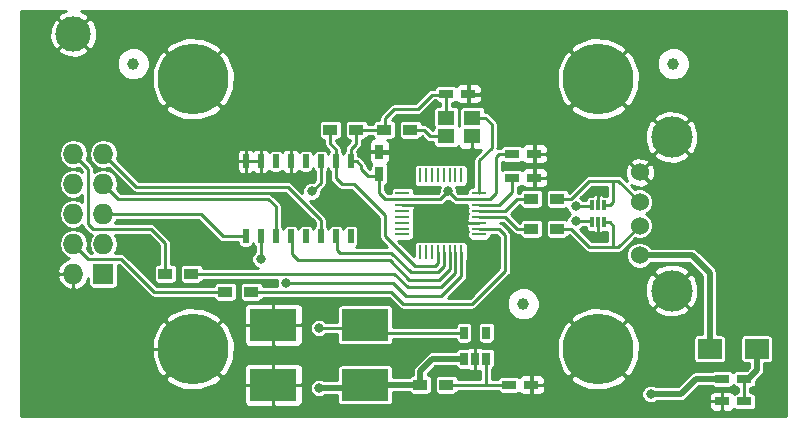
<source format=gbr>
G04 #@! TF.FileFunction,Copper,L1,Top,Signal*
%FSLAX46Y46*%
G04 Gerber Fmt 4.6, Leading zero omitted, Abs format (unit mm)*
G04 Created by KiCad (PCBNEW 4.0.5+dfsg1-4) date Fri Dec 28 13:07:42 2018*
%MOMM*%
%LPD*%
G01*
G04 APERTURE LIST*
%ADD10C,0.100000*%
%ADD11R,4.000500X2.700020*%
%ADD12R,1.400000X1.200000*%
%ADD13R,1.200000X0.750000*%
%ADD14R,2.000000X1.700000*%
%ADD15R,1.727200X1.727200*%
%ADD16O,1.727200X1.727200*%
%ADD17C,1.524000*%
%ADD18C,3.500000*%
%ADD19R,1.200000X0.900000*%
%ADD20R,0.300000X0.850000*%
%ADD21C,6.000000*%
%ADD22R,0.508000X1.143000*%
%ADD23R,1.200000X0.280000*%
%ADD24R,0.280000X1.200000*%
%ADD25C,3.000000*%
%ADD26R,0.750000X1.200000*%
%ADD27R,0.650000X1.060000*%
%ADD28C,1.000000*%
%ADD29C,0.800000*%
%ADD30C,0.250000*%
%ADD31C,0.500000*%
%ADD32C,0.254000*%
G04 APERTURE END LIST*
D10*
D11*
X149019260Y-116078000D03*
X156796740Y-116078000D03*
X149019260Y-110998000D03*
X156796740Y-110998000D03*
D12*
X163650000Y-95050000D03*
X165850000Y-95050000D03*
X165850000Y-93450000D03*
X163650000Y-93450000D03*
D13*
X169230000Y-96520000D03*
X171130000Y-96520000D03*
X169230000Y-98552000D03*
X171130000Y-98552000D03*
D14*
X185960000Y-113030000D03*
X189960000Y-113030000D03*
D15*
X134620000Y-106680000D03*
D16*
X132080000Y-106680000D03*
X134620000Y-104140000D03*
X132080000Y-104140000D03*
X134620000Y-101600000D03*
X132080000Y-101600000D03*
X134620000Y-99060000D03*
X132080000Y-99060000D03*
X134620000Y-96520000D03*
X132080000Y-96520000D03*
D17*
X180040000Y-100600000D03*
X180040000Y-102600000D03*
X180040000Y-98100000D03*
X180040000Y-105100000D03*
D18*
X182740000Y-108100000D03*
X182740000Y-95100000D03*
D19*
X161460000Y-116078000D03*
X163660000Y-116078000D03*
X142070000Y-106680000D03*
X139870000Y-106680000D03*
X147150000Y-108204000D03*
X144950000Y-108204000D03*
X158412000Y-94488000D03*
X160612000Y-94488000D03*
X156040000Y-94488000D03*
X153840000Y-94488000D03*
D20*
X176030000Y-100875000D03*
X176530000Y-100875000D03*
X177030000Y-100875000D03*
X177030000Y-102325000D03*
X176530000Y-102325000D03*
X176030000Y-102325000D03*
D21*
X142240000Y-90170000D03*
X142240000Y-113030000D03*
X176530000Y-113030000D03*
X176530000Y-90170000D03*
D13*
X188910000Y-117475000D03*
X187010000Y-117475000D03*
X188910000Y-115570000D03*
X187010000Y-115570000D03*
D22*
X155575000Y-103505000D03*
X153035000Y-103505000D03*
X151765000Y-103505000D03*
X150495000Y-103505000D03*
X149225000Y-103505000D03*
X147955000Y-103505000D03*
X146685000Y-103505000D03*
X146685000Y-97155000D03*
X147955000Y-97155000D03*
X149225000Y-97155000D03*
X150495000Y-97155000D03*
X151765000Y-97155000D03*
X153035000Y-97155000D03*
X154305000Y-97155000D03*
X155575000Y-97155000D03*
X154305000Y-103505000D03*
D23*
X159945000Y-99850000D03*
X159945000Y-100350000D03*
X159945000Y-100850000D03*
X159945000Y-101350000D03*
X159945000Y-101850000D03*
X159945000Y-102350000D03*
X159945000Y-102850000D03*
X159945000Y-103350000D03*
D24*
X161445000Y-104850000D03*
X161945000Y-104850000D03*
X162445000Y-104850000D03*
X162945000Y-104850000D03*
X163445000Y-104850000D03*
X163945000Y-104850000D03*
X164445000Y-104850000D03*
X164945000Y-104850000D03*
D23*
X166445000Y-103350000D03*
X166445000Y-102850000D03*
X166445000Y-102350000D03*
X166445000Y-101850000D03*
X166445000Y-101350000D03*
X166445000Y-100850000D03*
X166445000Y-100350000D03*
X166445000Y-99850000D03*
D24*
X164945000Y-98350000D03*
X164445000Y-98350000D03*
X163945000Y-98350000D03*
X163445000Y-98350000D03*
X162945000Y-98350000D03*
X162445000Y-98350000D03*
X161945000Y-98350000D03*
X161445000Y-98350000D03*
D25*
X132080000Y-86360000D03*
D26*
X157988000Y-98232000D03*
X157988000Y-96332000D03*
D19*
X173058000Y-102870000D03*
X170858000Y-102870000D03*
D13*
X168976000Y-116078000D03*
X170876000Y-116078000D03*
X163642000Y-91440000D03*
X165542000Y-91440000D03*
D19*
X173058000Y-100330000D03*
X170858000Y-100330000D03*
D27*
X165166000Y-113876000D03*
X166116000Y-113876000D03*
X167066000Y-113876000D03*
X167066000Y-111676000D03*
X165166000Y-111676000D03*
D28*
X137160000Y-88900000D03*
X182880000Y-88900000D03*
X170180000Y-109220000D03*
D29*
X167500000Y-91500000D03*
X159750000Y-96500000D03*
X131000000Y-117000000D03*
X165250000Y-96750000D03*
X142240000Y-103886000D03*
X166624000Y-104902000D03*
X148590000Y-95250000D03*
X145796000Y-95250000D03*
X172720000Y-96520000D03*
X172720000Y-98552000D03*
X190500000Y-101600000D03*
X151511000Y-91440000D03*
X163195000Y-101600000D03*
X184785000Y-117475000D03*
X176530000Y-99695000D03*
X176530000Y-103505000D03*
X157480000Y-102870000D03*
X180975000Y-116840000D03*
X152908000Y-116332000D03*
X152908000Y-111252000D03*
X174625000Y-102235000D03*
X163830000Y-99695000D03*
X174625000Y-100965000D03*
X147955000Y-105410000D03*
X150114000Y-107442000D03*
X152273000Y-99695000D03*
D30*
X165700000Y-91500000D02*
X167500000Y-91500000D01*
X157988000Y-96459000D02*
X159709000Y-96459000D01*
X159709000Y-96459000D02*
X159750000Y-96500000D01*
X142240000Y-113030000D02*
X134970000Y-113030000D01*
X134970000Y-113030000D02*
X131000000Y-117000000D01*
X165850000Y-95050000D02*
X165850000Y-96150000D01*
X165850000Y-96150000D02*
X165250000Y-96750000D01*
X164846000Y-102350000D02*
X164846000Y-103124000D01*
X164846000Y-103124000D02*
X166624000Y-104902000D01*
X150495000Y-97155000D02*
X150495000Y-95885000D01*
X147955000Y-95885000D02*
X148590000Y-95250000D01*
X147955000Y-95885000D02*
X147955000Y-97155000D01*
X149860000Y-95250000D02*
X148590000Y-95250000D01*
X150495000Y-95885000D02*
X149860000Y-95250000D01*
X146685000Y-97155000D02*
X146685000Y-96139000D01*
X146685000Y-96139000D02*
X145796000Y-95250000D01*
X171130000Y-96520000D02*
X172720000Y-96520000D01*
X171130000Y-98552000D02*
X172720000Y-98552000D01*
X166445000Y-102350000D02*
X164846000Y-102350000D01*
X164846000Y-102350000D02*
X163945000Y-102350000D01*
X162445000Y-100850000D02*
X163195000Y-101600000D01*
X162445000Y-100850000D02*
X159945000Y-100850000D01*
X163945000Y-102350000D02*
X163195000Y-101600000D01*
X187010000Y-117475000D02*
X184785000Y-117475000D01*
X176530000Y-100875000D02*
X176530000Y-99695000D01*
X176530000Y-102325000D02*
X176530000Y-103505000D01*
D31*
X165166000Y-113876000D02*
X162476000Y-113876000D01*
X161460000Y-114892000D02*
X161460000Y-116078000D01*
X162476000Y-113876000D02*
X161460000Y-114892000D01*
X161460000Y-116078000D02*
X157050740Y-116078000D01*
X157050740Y-116078000D02*
X156796740Y-116332000D01*
X187010000Y-115570000D02*
X184785000Y-115570000D01*
X183515000Y-116840000D02*
X180975000Y-116840000D01*
X184785000Y-115570000D02*
X183515000Y-116840000D01*
X152908000Y-116332000D02*
X156796740Y-116332000D01*
D30*
X152908000Y-111252000D02*
X156796740Y-111252000D01*
X165166000Y-111676000D02*
X157474740Y-111676000D01*
X157474740Y-111676000D02*
X156796740Y-110998000D01*
X163650000Y-93450000D02*
X163650000Y-91650000D01*
X163650000Y-91650000D02*
X163800000Y-91500000D01*
X162500000Y-91500000D02*
X163800000Y-91500000D01*
X156796740Y-111252000D02*
X156923740Y-111125000D01*
X166445000Y-100350000D02*
X167366000Y-100350000D01*
X168148000Y-96520000D02*
X169230000Y-96520000D01*
X167894000Y-96774000D02*
X168148000Y-96520000D01*
X167894000Y-99822000D02*
X167894000Y-96774000D01*
X167366000Y-100350000D02*
X167894000Y-99822000D01*
X155575000Y-97155000D02*
X156083000Y-97155000D01*
X157033000Y-98359000D02*
X157988000Y-98359000D01*
X156464000Y-97790000D02*
X157033000Y-98359000D01*
X156464000Y-97536000D02*
X156464000Y-97790000D01*
X156083000Y-97155000D02*
X156464000Y-97536000D01*
X155575000Y-97155000D02*
X155575000Y-96139000D01*
X155575000Y-96139000D02*
X156040000Y-95674000D01*
X159945000Y-100350000D02*
X158516000Y-100350000D01*
X158516000Y-100350000D02*
X157988000Y-99822000D01*
X157988000Y-99822000D02*
X157988000Y-98359000D01*
X174625000Y-102235000D02*
X175895000Y-102235000D01*
X159945000Y-100350000D02*
X163175000Y-100350000D01*
X163175000Y-100350000D02*
X163830000Y-99695000D01*
X164485000Y-100350000D02*
X163830000Y-99695000D01*
X164485000Y-100350000D02*
X166445000Y-100350000D01*
X176030000Y-102325000D02*
X175985000Y-102325000D01*
X175985000Y-102325000D02*
X175895000Y-102235000D01*
X161250000Y-92750000D02*
X162500000Y-91500000D01*
X159250000Y-92750000D02*
X161250000Y-92750000D01*
X158500000Y-93500000D02*
X159250000Y-92750000D01*
X156040000Y-95674000D02*
X156040000Y-94488000D01*
X156040000Y-94488000D02*
X158388000Y-94488000D01*
X158388000Y-94488000D02*
X158500000Y-94376000D01*
X158500000Y-94376000D02*
X158500000Y-93500000D01*
X175895000Y-100965000D02*
X174625000Y-100965000D01*
D31*
X185960000Y-113030000D02*
X185960000Y-106585000D01*
X185960000Y-106585000D02*
X184475000Y-105100000D01*
X184475000Y-105100000D02*
X180040000Y-105100000D01*
D30*
X176030000Y-100875000D02*
X175985000Y-100875000D01*
X175985000Y-100875000D02*
X175895000Y-100965000D01*
X132080000Y-104140000D02*
X133350000Y-105410000D01*
X138938000Y-108204000D02*
X144950000Y-108204000D01*
X136144000Y-105410000D02*
X138938000Y-108204000D01*
X133350000Y-105410000D02*
X136144000Y-105410000D01*
X132080000Y-96520000D02*
X133350000Y-97790000D01*
X139870000Y-104056000D02*
X139870000Y-106680000D01*
X138684000Y-102870000D02*
X139870000Y-104056000D01*
X133731000Y-102870000D02*
X138684000Y-102870000D01*
X133350000Y-102489000D02*
X133731000Y-102870000D01*
X133350000Y-97790000D02*
X133350000Y-102489000D01*
X177030000Y-100875000D02*
X177509000Y-100875000D01*
X178246000Y-98806000D02*
X180040000Y-100600000D01*
X173058000Y-100330000D02*
X174244000Y-100330000D01*
X174244000Y-100330000D02*
X175768000Y-98806000D01*
X175768000Y-98806000D02*
X177546000Y-98806000D01*
X177546000Y-98806000D02*
X177800000Y-98806000D01*
X177800000Y-100584000D02*
X177800000Y-98806000D01*
X177800000Y-98806000D02*
X178246000Y-98806000D01*
X177509000Y-100875000D02*
X177800000Y-100584000D01*
X173058000Y-102870000D02*
X174244000Y-102870000D01*
X174244000Y-102870000D02*
X175768000Y-104394000D01*
X175768000Y-104394000D02*
X177800000Y-104394000D01*
X177800000Y-102616000D02*
X177800000Y-104394000D01*
X177800000Y-104394000D02*
X178246000Y-104394000D01*
X177509000Y-102325000D02*
X177800000Y-102616000D01*
X177030000Y-102325000D02*
X177509000Y-102325000D01*
X178246000Y-104394000D02*
X180040000Y-102600000D01*
X159258000Y-106680000D02*
X142070000Y-106680000D01*
X160401000Y-107823000D02*
X159258000Y-106680000D01*
X163195000Y-107823000D02*
X160401000Y-107823000D01*
X164445000Y-106573000D02*
X163195000Y-107823000D01*
X164445000Y-104850000D02*
X164445000Y-106573000D01*
X153840000Y-94488000D02*
X153840000Y-95674000D01*
X153840000Y-95674000D02*
X154305000Y-96139000D01*
X154940000Y-99060000D02*
X154813000Y-99060000D01*
X158496000Y-103505000D02*
X158496000Y-101727000D01*
X158496000Y-101727000D02*
X155829000Y-99060000D01*
X155829000Y-99060000D02*
X154940000Y-99060000D01*
X154305000Y-96139000D02*
X154305000Y-97155000D01*
X162945000Y-105787000D02*
X162687000Y-106045000D01*
X162687000Y-106045000D02*
X161036000Y-106045000D01*
X161036000Y-106045000D02*
X158496000Y-103505000D01*
X162945000Y-104850000D02*
X162945000Y-105787000D01*
X154305000Y-98552000D02*
X154305000Y-97155000D01*
X154813000Y-99060000D02*
X154305000Y-98552000D01*
X147955000Y-103505000D02*
X147955000Y-105410000D01*
X150114000Y-107442000D02*
X159131000Y-107442000D01*
X159131000Y-107442000D02*
X160274000Y-108585000D01*
X160274000Y-108585000D02*
X163195000Y-108585000D01*
X163195000Y-108585000D02*
X164945000Y-106835000D01*
X164945000Y-106835000D02*
X164945000Y-104850000D01*
X188910000Y-115570000D02*
X188910000Y-117475000D01*
D31*
X188910000Y-115570000D02*
X189230000Y-115570000D01*
X189230000Y-115570000D02*
X189960000Y-114840000D01*
X189960000Y-114840000D02*
X189960000Y-113030000D01*
D30*
X153035000Y-98965000D02*
X152273000Y-99695000D01*
X153035000Y-97155000D02*
X153035000Y-98965000D01*
X134620000Y-101600000D02*
X142875000Y-101600000D01*
X144780000Y-103505000D02*
X146685000Y-103505000D01*
X142875000Y-101600000D02*
X144780000Y-103505000D01*
X134620000Y-99060000D02*
X135890000Y-100330000D01*
X149225000Y-100965000D02*
X149225000Y-103505000D01*
X148590000Y-100330000D02*
X149225000Y-100965000D01*
X135890000Y-100330000D02*
X148590000Y-100330000D01*
X134620000Y-96520000D02*
X137414000Y-99314000D01*
X153035000Y-102108000D02*
X153035000Y-103505000D01*
X150241000Y-99314000D02*
X153035000Y-102108000D01*
X137414000Y-99314000D02*
X150241000Y-99314000D01*
X163945000Y-104850000D02*
X163945000Y-106311000D01*
X150622000Y-105029000D02*
X150622000Y-103505000D01*
X151130000Y-105537000D02*
X150622000Y-105029000D01*
X158877000Y-105537000D02*
X151130000Y-105537000D01*
X160528000Y-107188000D02*
X158877000Y-105537000D01*
X163068000Y-107188000D02*
X160528000Y-107188000D01*
X163945000Y-106311000D02*
X163068000Y-107188000D01*
X163445000Y-104850000D02*
X163445000Y-106049000D01*
X154432000Y-104648000D02*
X154432000Y-103505000D01*
X154686000Y-104902000D02*
X154432000Y-104648000D01*
X159004000Y-104902000D02*
X154686000Y-104902000D01*
X160655000Y-106553000D02*
X159004000Y-104902000D01*
X162941000Y-106553000D02*
X160655000Y-106553000D01*
X163445000Y-106049000D02*
X162941000Y-106553000D01*
X166445000Y-100850000D02*
X168136000Y-100850000D01*
X169230000Y-99756000D02*
X169230000Y-98552000D01*
X168136000Y-100850000D02*
X169230000Y-99756000D01*
X160600000Y-94500000D02*
X161750000Y-94500000D01*
X162300000Y-95050000D02*
X163650000Y-95050000D01*
X161750000Y-94500000D02*
X162300000Y-95050000D01*
X165850000Y-93450000D02*
X166950000Y-93450000D01*
X166445000Y-97055000D02*
X166445000Y-99850000D01*
X167500000Y-96000000D02*
X166445000Y-97055000D01*
X167500000Y-94000000D02*
X167500000Y-96000000D01*
X166950000Y-93450000D02*
X167500000Y-94000000D01*
X167066000Y-113876000D02*
X167066000Y-116078000D01*
X167066000Y-116078000D02*
X167132000Y-116078000D01*
X163660000Y-116078000D02*
X167132000Y-116078000D01*
X167132000Y-116078000D02*
X168976000Y-116078000D01*
X147150000Y-108204000D02*
X159004000Y-108204000D01*
X165862000Y-109220000D02*
X160020000Y-109220000D01*
X168656000Y-106426000D02*
X165862000Y-109220000D01*
X168656000Y-103378000D02*
X168656000Y-106426000D01*
X159004000Y-108204000D02*
X160020000Y-109220000D01*
X168128000Y-102850000D02*
X168656000Y-103378000D01*
X168128000Y-102850000D02*
X166445000Y-102850000D01*
X169672000Y-102870000D02*
X170858000Y-102870000D01*
X168652000Y-101850000D02*
X169672000Y-102870000D01*
X166445000Y-101850000D02*
X168652000Y-101850000D01*
X170858000Y-100330000D02*
X169672000Y-100330000D01*
X168652000Y-101350000D02*
X169672000Y-100330000D01*
X168652000Y-101350000D02*
X166445000Y-101350000D01*
D32*
G36*
X130999460Y-84621024D02*
X130886902Y-84696234D01*
X130731125Y-84993165D01*
X132080000Y-86342039D01*
X133428875Y-84993165D01*
X133273098Y-84696234D01*
X132741167Y-84455000D01*
X192405000Y-84455000D01*
X192405000Y-118745000D01*
X127635000Y-118745000D01*
X127635000Y-115478289D01*
X139809672Y-115478289D01*
X140147941Y-115931078D01*
X141417384Y-116510843D01*
X142812063Y-116560681D01*
X143731684Y-116217700D01*
X146511010Y-116217700D01*
X146511010Y-117529058D01*
X146588349Y-117715769D01*
X146731252Y-117858672D01*
X146917963Y-117936010D01*
X148879560Y-117936010D01*
X149006560Y-117809010D01*
X149006560Y-116090700D01*
X149031960Y-116090700D01*
X149031960Y-117809010D01*
X149158960Y-117936010D01*
X151120557Y-117936010D01*
X151307268Y-117858672D01*
X151450171Y-117715769D01*
X151527510Y-117529058D01*
X151527510Y-116486669D01*
X152126864Y-116486669D01*
X152245514Y-116773823D01*
X152465021Y-116993714D01*
X152751968Y-117112864D01*
X153062669Y-117113136D01*
X153349823Y-116994486D01*
X153381364Y-116963000D01*
X154408026Y-116963000D01*
X154408026Y-117428010D01*
X154434593Y-117569200D01*
X154518036Y-117698875D01*
X154645356Y-117785869D01*
X154796490Y-117816474D01*
X158796990Y-117816474D01*
X158938180Y-117789907D01*
X159067855Y-117706464D01*
X159154849Y-117579144D01*
X159185454Y-117428010D01*
X159185454Y-116994669D01*
X180193864Y-116994669D01*
X180312514Y-117281823D01*
X180532021Y-117501714D01*
X180818968Y-117620864D01*
X181129669Y-117621136D01*
X181145245Y-117614700D01*
X185902000Y-117614700D01*
X185902000Y-117951048D01*
X185979339Y-118137759D01*
X186122242Y-118280662D01*
X186308953Y-118358000D01*
X186870300Y-118358000D01*
X186997300Y-118231000D01*
X186997300Y-117487700D01*
X186029000Y-117487700D01*
X185902000Y-117614700D01*
X181145245Y-117614700D01*
X181416823Y-117502486D01*
X181448364Y-117471000D01*
X183515000Y-117471000D01*
X183756473Y-117422968D01*
X183961184Y-117286184D01*
X184248416Y-116998952D01*
X185902000Y-116998952D01*
X185902000Y-117335300D01*
X186029000Y-117462300D01*
X186997300Y-117462300D01*
X186997300Y-116719000D01*
X186870300Y-116592000D01*
X186308953Y-116592000D01*
X186122242Y-116669338D01*
X185979339Y-116812241D01*
X185902000Y-116998952D01*
X184248416Y-116998952D01*
X185046369Y-116201000D01*
X186121981Y-116201000D01*
X186131546Y-116215865D01*
X186258866Y-116302859D01*
X186410000Y-116333464D01*
X187610000Y-116333464D01*
X187751190Y-116306897D01*
X187880865Y-116223454D01*
X187960980Y-116106202D01*
X188031546Y-116215865D01*
X188158866Y-116302859D01*
X188310000Y-116333464D01*
X188404000Y-116333464D01*
X188404000Y-116711536D01*
X188310000Y-116711536D01*
X188168810Y-116738103D01*
X188043383Y-116818812D01*
X188040661Y-116812241D01*
X187897758Y-116669338D01*
X187711047Y-116592000D01*
X187149700Y-116592000D01*
X187022700Y-116719000D01*
X187022700Y-117462300D01*
X187042700Y-117462300D01*
X187042700Y-117487700D01*
X187022700Y-117487700D01*
X187022700Y-118231000D01*
X187149700Y-118358000D01*
X187711047Y-118358000D01*
X187897758Y-118280662D01*
X188040661Y-118137759D01*
X188044104Y-118129446D01*
X188158866Y-118207859D01*
X188310000Y-118238464D01*
X189510000Y-118238464D01*
X189651190Y-118211897D01*
X189780865Y-118128454D01*
X189867859Y-118001134D01*
X189898464Y-117850000D01*
X189898464Y-117100000D01*
X189871897Y-116958810D01*
X189788454Y-116829135D01*
X189661134Y-116742141D01*
X189510000Y-116711536D01*
X189416000Y-116711536D01*
X189416000Y-116333464D01*
X189510000Y-116333464D01*
X189651190Y-116306897D01*
X189780865Y-116223454D01*
X189867859Y-116096134D01*
X189898464Y-115945000D01*
X189898464Y-115793904D01*
X190406184Y-115286184D01*
X190542968Y-115081473D01*
X190591000Y-114840000D01*
X190591000Y-114268464D01*
X190960000Y-114268464D01*
X191101190Y-114241897D01*
X191230865Y-114158454D01*
X191317859Y-114031134D01*
X191348464Y-113880000D01*
X191348464Y-112180000D01*
X191321897Y-112038810D01*
X191238454Y-111909135D01*
X191111134Y-111822141D01*
X190960000Y-111791536D01*
X188960000Y-111791536D01*
X188818810Y-111818103D01*
X188689135Y-111901546D01*
X188602141Y-112028866D01*
X188571536Y-112180000D01*
X188571536Y-113880000D01*
X188598103Y-114021190D01*
X188681546Y-114150865D01*
X188808866Y-114237859D01*
X188960000Y-114268464D01*
X189329000Y-114268464D01*
X189329000Y-114578632D01*
X189101096Y-114806536D01*
X188310000Y-114806536D01*
X188168810Y-114833103D01*
X188039135Y-114916546D01*
X187959020Y-115033798D01*
X187888454Y-114924135D01*
X187761134Y-114837141D01*
X187610000Y-114806536D01*
X186410000Y-114806536D01*
X186268810Y-114833103D01*
X186139135Y-114916546D01*
X186123793Y-114939000D01*
X184785000Y-114939000D01*
X184583589Y-114979063D01*
X184543526Y-114987032D01*
X184338815Y-115123816D01*
X183253632Y-116209000D01*
X181448639Y-116209000D01*
X181417979Y-116178286D01*
X181131032Y-116059136D01*
X180820331Y-116058864D01*
X180533177Y-116177514D01*
X180313286Y-116397021D01*
X180194136Y-116683968D01*
X180193864Y-116994669D01*
X159185454Y-116994669D01*
X159185454Y-116709000D01*
X160523720Y-116709000D01*
X160581546Y-116798865D01*
X160708866Y-116885859D01*
X160860000Y-116916464D01*
X162060000Y-116916464D01*
X162201190Y-116889897D01*
X162330865Y-116806454D01*
X162417859Y-116679134D01*
X162448464Y-116528000D01*
X162448464Y-115628000D01*
X162671536Y-115628000D01*
X162671536Y-116528000D01*
X162698103Y-116669190D01*
X162781546Y-116798865D01*
X162908866Y-116885859D01*
X163060000Y-116916464D01*
X164260000Y-116916464D01*
X164401190Y-116889897D01*
X164530865Y-116806454D01*
X164617859Y-116679134D01*
X164637124Y-116584000D01*
X168012186Y-116584000D01*
X168014103Y-116594190D01*
X168097546Y-116723865D01*
X168224866Y-116810859D01*
X168376000Y-116841464D01*
X169576000Y-116841464D01*
X169717190Y-116814897D01*
X169842617Y-116734188D01*
X169845339Y-116740759D01*
X169988242Y-116883662D01*
X170174953Y-116961000D01*
X170736300Y-116961000D01*
X170863300Y-116834000D01*
X170863300Y-116090700D01*
X170888700Y-116090700D01*
X170888700Y-116834000D01*
X171015700Y-116961000D01*
X171577047Y-116961000D01*
X171763758Y-116883662D01*
X171906661Y-116740759D01*
X171984000Y-116554048D01*
X171984000Y-116217700D01*
X171857000Y-116090700D01*
X170888700Y-116090700D01*
X170863300Y-116090700D01*
X170843300Y-116090700D01*
X170843300Y-116065300D01*
X170863300Y-116065300D01*
X170863300Y-115322000D01*
X170888700Y-115322000D01*
X170888700Y-116065300D01*
X171857000Y-116065300D01*
X171984000Y-115938300D01*
X171984000Y-115601952D01*
X171932777Y-115478289D01*
X174099672Y-115478289D01*
X174437941Y-115931078D01*
X175707384Y-116510843D01*
X177102063Y-116560681D01*
X178409650Y-116073005D01*
X178622059Y-115931078D01*
X178960328Y-115478289D01*
X176530000Y-113047961D01*
X174099672Y-115478289D01*
X171932777Y-115478289D01*
X171906661Y-115415241D01*
X171763758Y-115272338D01*
X171577047Y-115195000D01*
X171015700Y-115195000D01*
X170888700Y-115322000D01*
X170863300Y-115322000D01*
X170736300Y-115195000D01*
X170174953Y-115195000D01*
X169988242Y-115272338D01*
X169845339Y-115415241D01*
X169841896Y-115423554D01*
X169727134Y-115345141D01*
X169576000Y-115314536D01*
X168376000Y-115314536D01*
X168234810Y-115341103D01*
X168105135Y-115424546D01*
X168018141Y-115551866D01*
X168014064Y-115572000D01*
X167572000Y-115572000D01*
X167572000Y-114742280D01*
X167661865Y-114684454D01*
X167748859Y-114557134D01*
X167779464Y-114406000D01*
X167779464Y-113602063D01*
X172999319Y-113602063D01*
X173486995Y-114909650D01*
X173628922Y-115122059D01*
X174081711Y-115460328D01*
X176512039Y-113030000D01*
X176547961Y-113030000D01*
X178978289Y-115460328D01*
X179431078Y-115122059D01*
X180010843Y-113852616D01*
X180060681Y-112457937D01*
X179573005Y-111150350D01*
X179431078Y-110937941D01*
X178978289Y-110599672D01*
X176547961Y-113030000D01*
X176512039Y-113030000D01*
X174081711Y-110599672D01*
X173628922Y-110937941D01*
X173049157Y-112207384D01*
X172999319Y-113602063D01*
X167779464Y-113602063D01*
X167779464Y-113346000D01*
X167752897Y-113204810D01*
X167669454Y-113075135D01*
X167542134Y-112988141D01*
X167391000Y-112957536D01*
X166770956Y-112957536D01*
X166728759Y-112915339D01*
X166542048Y-112838000D01*
X166255700Y-112838000D01*
X166128700Y-112965000D01*
X166128700Y-113863300D01*
X166148700Y-113863300D01*
X166148700Y-113888700D01*
X166128700Y-113888700D01*
X166128700Y-114787000D01*
X166255700Y-114914000D01*
X166542048Y-114914000D01*
X166560000Y-114906564D01*
X166560000Y-115572000D01*
X164637927Y-115572000D01*
X164621897Y-115486810D01*
X164538454Y-115357135D01*
X164411134Y-115270141D01*
X164260000Y-115239536D01*
X163060000Y-115239536D01*
X162918810Y-115266103D01*
X162789135Y-115349546D01*
X162702141Y-115476866D01*
X162671536Y-115628000D01*
X162448464Y-115628000D01*
X162421897Y-115486810D01*
X162338454Y-115357135D01*
X162211134Y-115270141D01*
X162091000Y-115245814D01*
X162091000Y-115153368D01*
X162737368Y-114507000D01*
X164471541Y-114507000D01*
X164479103Y-114547190D01*
X164562546Y-114676865D01*
X164689866Y-114763859D01*
X164841000Y-114794464D01*
X165461044Y-114794464D01*
X165503241Y-114836661D01*
X165689952Y-114914000D01*
X165976300Y-114914000D01*
X166103300Y-114787000D01*
X166103300Y-113888700D01*
X166083300Y-113888700D01*
X166083300Y-113863300D01*
X166103300Y-113863300D01*
X166103300Y-112965000D01*
X165976300Y-112838000D01*
X165689952Y-112838000D01*
X165503241Y-112915339D01*
X165461044Y-112957536D01*
X164841000Y-112957536D01*
X164699810Y-112984103D01*
X164570135Y-113067546D01*
X164483141Y-113194866D01*
X164472989Y-113245000D01*
X162476000Y-113245000D01*
X162234527Y-113293032D01*
X162029816Y-113429816D01*
X161013816Y-114445816D01*
X160877032Y-114650527D01*
X160829000Y-114892000D01*
X160829000Y-115245369D01*
X160718810Y-115266103D01*
X160589135Y-115349546D01*
X160522548Y-115447000D01*
X159185454Y-115447000D01*
X159185454Y-114727990D01*
X159158887Y-114586800D01*
X159075444Y-114457125D01*
X158948124Y-114370131D01*
X158796990Y-114339526D01*
X154796490Y-114339526D01*
X154655300Y-114366093D01*
X154525625Y-114449536D01*
X154438631Y-114576856D01*
X154408026Y-114727990D01*
X154408026Y-115701000D01*
X153381639Y-115701000D01*
X153350979Y-115670286D01*
X153064032Y-115551136D01*
X152753331Y-115550864D01*
X152466177Y-115669514D01*
X152246286Y-115889021D01*
X152127136Y-116175968D01*
X152126864Y-116486669D01*
X151527510Y-116486669D01*
X151527510Y-116217700D01*
X151400510Y-116090700D01*
X149031960Y-116090700D01*
X149006560Y-116090700D01*
X146638010Y-116090700D01*
X146511010Y-116217700D01*
X143731684Y-116217700D01*
X144119650Y-116073005D01*
X144332059Y-115931078D01*
X144670328Y-115478289D01*
X142240000Y-113047961D01*
X139809672Y-115478289D01*
X127635000Y-115478289D01*
X127635000Y-113602063D01*
X138709319Y-113602063D01*
X139196995Y-114909650D01*
X139338922Y-115122059D01*
X139791711Y-115460328D01*
X142222039Y-113030000D01*
X142257961Y-113030000D01*
X144688289Y-115460328D01*
X145141078Y-115122059D01*
X145367201Y-114626942D01*
X146511010Y-114626942D01*
X146511010Y-115938300D01*
X146638010Y-116065300D01*
X149006560Y-116065300D01*
X149006560Y-114346990D01*
X149031960Y-114346990D01*
X149031960Y-116065300D01*
X151400510Y-116065300D01*
X151527510Y-115938300D01*
X151527510Y-114626942D01*
X151450171Y-114440231D01*
X151307268Y-114297328D01*
X151120557Y-114219990D01*
X149158960Y-114219990D01*
X149031960Y-114346990D01*
X149006560Y-114346990D01*
X148879560Y-114219990D01*
X146917963Y-114219990D01*
X146731252Y-114297328D01*
X146588349Y-114440231D01*
X146511010Y-114626942D01*
X145367201Y-114626942D01*
X145720843Y-113852616D01*
X145770681Y-112457937D01*
X145283005Y-111150350D01*
X145274553Y-111137700D01*
X146511010Y-111137700D01*
X146511010Y-112449058D01*
X146588349Y-112635769D01*
X146731252Y-112778672D01*
X146917963Y-112856010D01*
X148879560Y-112856010D01*
X149006560Y-112729010D01*
X149006560Y-111010700D01*
X149031960Y-111010700D01*
X149031960Y-112729010D01*
X149158960Y-112856010D01*
X151120557Y-112856010D01*
X151307268Y-112778672D01*
X151450171Y-112635769D01*
X151527510Y-112449058D01*
X151527510Y-111406669D01*
X152126864Y-111406669D01*
X152245514Y-111693823D01*
X152465021Y-111913714D01*
X152751968Y-112032864D01*
X153062669Y-112033136D01*
X153349823Y-111914486D01*
X153506583Y-111758000D01*
X154408026Y-111758000D01*
X154408026Y-112348010D01*
X154434593Y-112489200D01*
X154518036Y-112618875D01*
X154645356Y-112705869D01*
X154796490Y-112736474D01*
X158796990Y-112736474D01*
X158938180Y-112709907D01*
X159067855Y-112626464D01*
X159154849Y-112499144D01*
X159185454Y-112348010D01*
X159185454Y-112182000D01*
X164452536Y-112182000D01*
X164452536Y-112206000D01*
X164479103Y-112347190D01*
X164562546Y-112476865D01*
X164689866Y-112563859D01*
X164841000Y-112594464D01*
X165491000Y-112594464D01*
X165632190Y-112567897D01*
X165761865Y-112484454D01*
X165848859Y-112357134D01*
X165879464Y-112206000D01*
X165879464Y-111146000D01*
X166352536Y-111146000D01*
X166352536Y-112206000D01*
X166379103Y-112347190D01*
X166462546Y-112476865D01*
X166589866Y-112563859D01*
X166741000Y-112594464D01*
X167391000Y-112594464D01*
X167532190Y-112567897D01*
X167661865Y-112484454D01*
X167748859Y-112357134D01*
X167779464Y-112206000D01*
X167779464Y-111146000D01*
X167752897Y-111004810D01*
X167669454Y-110875135D01*
X167542134Y-110788141D01*
X167391000Y-110757536D01*
X166741000Y-110757536D01*
X166599810Y-110784103D01*
X166470135Y-110867546D01*
X166383141Y-110994866D01*
X166352536Y-111146000D01*
X165879464Y-111146000D01*
X165852897Y-111004810D01*
X165769454Y-110875135D01*
X165642134Y-110788141D01*
X165491000Y-110757536D01*
X164841000Y-110757536D01*
X164699810Y-110784103D01*
X164570135Y-110867546D01*
X164483141Y-110994866D01*
X164452536Y-111146000D01*
X164452536Y-111170000D01*
X159185454Y-111170000D01*
X159185454Y-109647990D01*
X159158887Y-109506800D01*
X159075444Y-109377125D01*
X158948124Y-109290131D01*
X158796990Y-109259526D01*
X154796490Y-109259526D01*
X154655300Y-109286093D01*
X154525625Y-109369536D01*
X154438631Y-109496856D01*
X154408026Y-109647990D01*
X154408026Y-110746000D01*
X153506421Y-110746000D01*
X153350979Y-110590286D01*
X153064032Y-110471136D01*
X152753331Y-110470864D01*
X152466177Y-110589514D01*
X152246286Y-110809021D01*
X152127136Y-111095968D01*
X152126864Y-111406669D01*
X151527510Y-111406669D01*
X151527510Y-111137700D01*
X151400510Y-111010700D01*
X149031960Y-111010700D01*
X149006560Y-111010700D01*
X146638010Y-111010700D01*
X146511010Y-111137700D01*
X145274553Y-111137700D01*
X145141078Y-110937941D01*
X144688289Y-110599672D01*
X142257961Y-113030000D01*
X142222039Y-113030000D01*
X139791711Y-110599672D01*
X139338922Y-110937941D01*
X138759157Y-112207384D01*
X138709319Y-113602063D01*
X127635000Y-113602063D01*
X127635000Y-110581711D01*
X139809672Y-110581711D01*
X142240000Y-113012039D01*
X144670328Y-110581711D01*
X144332059Y-110128922D01*
X143062616Y-109549157D01*
X143000631Y-109546942D01*
X146511010Y-109546942D01*
X146511010Y-110858300D01*
X146638010Y-110985300D01*
X149006560Y-110985300D01*
X149006560Y-109266990D01*
X149031960Y-109266990D01*
X149031960Y-110985300D01*
X151400510Y-110985300D01*
X151527510Y-110858300D01*
X151527510Y-109546942D01*
X151450171Y-109360231D01*
X151307268Y-109217328D01*
X151120557Y-109139990D01*
X149158960Y-109139990D01*
X149031960Y-109266990D01*
X149006560Y-109266990D01*
X148879560Y-109139990D01*
X146917963Y-109139990D01*
X146731252Y-109217328D01*
X146588349Y-109360231D01*
X146511010Y-109546942D01*
X143000631Y-109546942D01*
X141667937Y-109499319D01*
X140360350Y-109986995D01*
X140147941Y-110128922D01*
X139809672Y-110581711D01*
X127635000Y-110581711D01*
X127635000Y-106907100D01*
X130727331Y-106907100D01*
X130917204Y-107407457D01*
X131284102Y-107797065D01*
X131772168Y-108016610D01*
X131852900Y-108032668D01*
X132067300Y-107924535D01*
X132067300Y-106692700D01*
X130835458Y-106692700D01*
X130727331Y-106907100D01*
X127635000Y-106907100D01*
X127635000Y-106452900D01*
X130727331Y-106452900D01*
X130835458Y-106667300D01*
X132067300Y-106667300D01*
X132067300Y-106647300D01*
X132092700Y-106647300D01*
X132092700Y-106667300D01*
X132112700Y-106667300D01*
X132112700Y-106692700D01*
X132092700Y-106692700D01*
X132092700Y-107924535D01*
X132307100Y-108032668D01*
X132387832Y-108016610D01*
X132875898Y-107797065D01*
X133242796Y-107407457D01*
X133367936Y-107077686D01*
X133367936Y-107543600D01*
X133394503Y-107684790D01*
X133477946Y-107814465D01*
X133605266Y-107901459D01*
X133756400Y-107932064D01*
X135483600Y-107932064D01*
X135624790Y-107905497D01*
X135754465Y-107822054D01*
X135841459Y-107694734D01*
X135872064Y-107543600D01*
X135872064Y-105916000D01*
X135934408Y-105916000D01*
X138580204Y-108561796D01*
X138744362Y-108671483D01*
X138938000Y-108710000D01*
X143972073Y-108710000D01*
X143988103Y-108795190D01*
X144071546Y-108924865D01*
X144198866Y-109011859D01*
X144350000Y-109042464D01*
X145550000Y-109042464D01*
X145691190Y-109015897D01*
X145820865Y-108932454D01*
X145907859Y-108805134D01*
X145938464Y-108654000D01*
X145938464Y-107754000D01*
X145911897Y-107612810D01*
X145828454Y-107483135D01*
X145701134Y-107396141D01*
X145550000Y-107365536D01*
X144350000Y-107365536D01*
X144208810Y-107392103D01*
X144079135Y-107475546D01*
X143992141Y-107602866D01*
X143972876Y-107698000D01*
X139147592Y-107698000D01*
X136501796Y-105052204D01*
X136337638Y-104942517D01*
X136144000Y-104904000D01*
X135593909Y-104904000D01*
X135769860Y-104640671D01*
X135864600Y-104164383D01*
X135864600Y-104115617D01*
X135769860Y-103639329D01*
X135593909Y-103376000D01*
X138474408Y-103376000D01*
X139364000Y-104265592D01*
X139364000Y-105841536D01*
X139270000Y-105841536D01*
X139128810Y-105868103D01*
X138999135Y-105951546D01*
X138912141Y-106078866D01*
X138881536Y-106230000D01*
X138881536Y-107130000D01*
X138908103Y-107271190D01*
X138991546Y-107400865D01*
X139118866Y-107487859D01*
X139270000Y-107518464D01*
X140470000Y-107518464D01*
X140611190Y-107491897D01*
X140740865Y-107408454D01*
X140827859Y-107281134D01*
X140858464Y-107130000D01*
X140858464Y-106230000D01*
X140831897Y-106088810D01*
X140748454Y-105959135D01*
X140621134Y-105872141D01*
X140470000Y-105841536D01*
X140376000Y-105841536D01*
X140376000Y-104056000D01*
X140337483Y-103862362D01*
X140227796Y-103698204D01*
X139041796Y-102512204D01*
X138877638Y-102402517D01*
X138684000Y-102364000D01*
X135593909Y-102364000D01*
X135766299Y-102106000D01*
X142665408Y-102106000D01*
X144422204Y-103862796D01*
X144586362Y-103972483D01*
X144780000Y-104011000D01*
X146042536Y-104011000D01*
X146042536Y-104076500D01*
X146069103Y-104217690D01*
X146152546Y-104347365D01*
X146279866Y-104434359D01*
X146431000Y-104464964D01*
X146939000Y-104464964D01*
X147080190Y-104438397D01*
X147209865Y-104354954D01*
X147296859Y-104227634D01*
X147319726Y-104114712D01*
X147339103Y-104217690D01*
X147422546Y-104347365D01*
X147449000Y-104365440D01*
X147449000Y-104811579D01*
X147293286Y-104967021D01*
X147174136Y-105253968D01*
X147173864Y-105564669D01*
X147292514Y-105851823D01*
X147512021Y-106071714D01*
X147758355Y-106174000D01*
X143047927Y-106174000D01*
X143031897Y-106088810D01*
X142948454Y-105959135D01*
X142821134Y-105872141D01*
X142670000Y-105841536D01*
X141470000Y-105841536D01*
X141328810Y-105868103D01*
X141199135Y-105951546D01*
X141112141Y-106078866D01*
X141081536Y-106230000D01*
X141081536Y-107130000D01*
X141108103Y-107271190D01*
X141191546Y-107400865D01*
X141318866Y-107487859D01*
X141470000Y-107518464D01*
X142670000Y-107518464D01*
X142811190Y-107491897D01*
X142940865Y-107408454D01*
X143027859Y-107281134D01*
X143047124Y-107186000D01*
X149374646Y-107186000D01*
X149333136Y-107285968D01*
X149332864Y-107596669D01*
X149374733Y-107698000D01*
X148127927Y-107698000D01*
X148111897Y-107612810D01*
X148028454Y-107483135D01*
X147901134Y-107396141D01*
X147750000Y-107365536D01*
X146550000Y-107365536D01*
X146408810Y-107392103D01*
X146279135Y-107475546D01*
X146192141Y-107602866D01*
X146161536Y-107754000D01*
X146161536Y-108654000D01*
X146188103Y-108795190D01*
X146271546Y-108924865D01*
X146398866Y-109011859D01*
X146550000Y-109042464D01*
X147750000Y-109042464D01*
X147891190Y-109015897D01*
X148020865Y-108932454D01*
X148107859Y-108805134D01*
X148127124Y-108710000D01*
X158794408Y-108710000D01*
X159662204Y-109577796D01*
X159826362Y-109687483D01*
X160020000Y-109726000D01*
X165862000Y-109726000D01*
X166055638Y-109687483D01*
X166219796Y-109577796D01*
X166300931Y-109496661D01*
X168782758Y-109496661D01*
X168994990Y-110010303D01*
X169387630Y-110403629D01*
X169900900Y-110616757D01*
X170456661Y-110617242D01*
X170542652Y-110581711D01*
X174099672Y-110581711D01*
X176530000Y-113012039D01*
X178960328Y-110581711D01*
X178622059Y-110128922D01*
X177567025Y-109647079D01*
X181210882Y-109647079D01*
X181397074Y-109969985D01*
X182214910Y-110341556D01*
X183112687Y-110371871D01*
X183953725Y-110056314D01*
X184082926Y-109969985D01*
X184269118Y-109647079D01*
X182740000Y-108117961D01*
X181210882Y-109647079D01*
X177567025Y-109647079D01*
X177352616Y-109549157D01*
X175957937Y-109499319D01*
X174650350Y-109986995D01*
X174437941Y-110128922D01*
X174099672Y-110581711D01*
X170542652Y-110581711D01*
X170970303Y-110405010D01*
X171363629Y-110012370D01*
X171576757Y-109499100D01*
X171577242Y-108943339D01*
X171382774Y-108472687D01*
X180468129Y-108472687D01*
X180783686Y-109313725D01*
X180870015Y-109442926D01*
X181192921Y-109629118D01*
X182722039Y-108100000D01*
X182757961Y-108100000D01*
X184287079Y-109629118D01*
X184609985Y-109442926D01*
X184981556Y-108625090D01*
X185011871Y-107727313D01*
X184696314Y-106886275D01*
X184609985Y-106757074D01*
X184287079Y-106570882D01*
X182757961Y-108100000D01*
X182722039Y-108100000D01*
X181192921Y-106570882D01*
X180870015Y-106757074D01*
X180498444Y-107574910D01*
X180468129Y-108472687D01*
X171382774Y-108472687D01*
X171365010Y-108429697D01*
X170972370Y-108036371D01*
X170459100Y-107823243D01*
X169903339Y-107822758D01*
X169389697Y-108034990D01*
X168996371Y-108427630D01*
X168783243Y-108940900D01*
X168782758Y-109496661D01*
X166300931Y-109496661D01*
X169013796Y-106783796D01*
X169038624Y-106746638D01*
X169123483Y-106619638D01*
X169136753Y-106552921D01*
X181210882Y-106552921D01*
X182740000Y-108082039D01*
X184269118Y-106552921D01*
X184082926Y-106230015D01*
X183265090Y-105858444D01*
X182367313Y-105828129D01*
X181526275Y-106143686D01*
X181397074Y-106230015D01*
X181210882Y-106552921D01*
X169136753Y-106552921D01*
X169162000Y-106426000D01*
X169162000Y-105326359D01*
X178896802Y-105326359D01*
X179070446Y-105746612D01*
X179391697Y-106068423D01*
X179811646Y-106242801D01*
X180266359Y-106243198D01*
X180686612Y-106069554D01*
X181008423Y-105748303D01*
X181015608Y-105731000D01*
X184213632Y-105731000D01*
X185329000Y-106846368D01*
X185329000Y-111791536D01*
X184960000Y-111791536D01*
X184818810Y-111818103D01*
X184689135Y-111901546D01*
X184602141Y-112028866D01*
X184571536Y-112180000D01*
X184571536Y-113880000D01*
X184598103Y-114021190D01*
X184681546Y-114150865D01*
X184808866Y-114237859D01*
X184960000Y-114268464D01*
X186960000Y-114268464D01*
X187101190Y-114241897D01*
X187230865Y-114158454D01*
X187317859Y-114031134D01*
X187348464Y-113880000D01*
X187348464Y-112180000D01*
X187321897Y-112038810D01*
X187238454Y-111909135D01*
X187111134Y-111822141D01*
X186960000Y-111791536D01*
X186591000Y-111791536D01*
X186591000Y-106585000D01*
X186542968Y-106343527D01*
X186542968Y-106343526D01*
X186406184Y-106138816D01*
X184921184Y-104653816D01*
X184716473Y-104517032D01*
X184475000Y-104469000D01*
X181016005Y-104469000D01*
X181009554Y-104453388D01*
X180688303Y-104131577D01*
X180268354Y-103957199D01*
X179813641Y-103956802D01*
X179393388Y-104130446D01*
X179071577Y-104451697D01*
X178897199Y-104871646D01*
X178896802Y-105326359D01*
X169162000Y-105326359D01*
X169162000Y-103378000D01*
X169123483Y-103184362D01*
X169013796Y-103020204D01*
X168485796Y-102492204D01*
X168321638Y-102382517D01*
X168188328Y-102356000D01*
X168442408Y-102356000D01*
X169314204Y-103227796D01*
X169478362Y-103337483D01*
X169672000Y-103376000D01*
X169880073Y-103376000D01*
X169896103Y-103461190D01*
X169979546Y-103590865D01*
X170106866Y-103677859D01*
X170258000Y-103708464D01*
X171458000Y-103708464D01*
X171599190Y-103681897D01*
X171728865Y-103598454D01*
X171815859Y-103471134D01*
X171846464Y-103320000D01*
X171846464Y-102420000D01*
X171819897Y-102278810D01*
X171736454Y-102149135D01*
X171609134Y-102062141D01*
X171458000Y-102031536D01*
X170258000Y-102031536D01*
X170116810Y-102058103D01*
X169987135Y-102141546D01*
X169900141Y-102268866D01*
X169880997Y-102363405D01*
X169117592Y-101600000D01*
X169880314Y-100837278D01*
X169896103Y-100921190D01*
X169979546Y-101050865D01*
X170106866Y-101137859D01*
X170258000Y-101168464D01*
X171458000Y-101168464D01*
X171599190Y-101141897D01*
X171728865Y-101058454D01*
X171815859Y-100931134D01*
X171846464Y-100780000D01*
X171846464Y-99880000D01*
X172069536Y-99880000D01*
X172069536Y-100780000D01*
X172096103Y-100921190D01*
X172179546Y-101050865D01*
X172306866Y-101137859D01*
X172458000Y-101168464D01*
X173658000Y-101168464D01*
X173799190Y-101141897D01*
X173843870Y-101113147D01*
X173843864Y-101119669D01*
X173962514Y-101406823D01*
X174155498Y-101600145D01*
X173963286Y-101792021D01*
X173844136Y-102078968D01*
X173844130Y-102086053D01*
X173809134Y-102062141D01*
X173658000Y-102031536D01*
X172458000Y-102031536D01*
X172316810Y-102058103D01*
X172187135Y-102141546D01*
X172100141Y-102268866D01*
X172069536Y-102420000D01*
X172069536Y-103320000D01*
X172096103Y-103461190D01*
X172179546Y-103590865D01*
X172306866Y-103677859D01*
X172458000Y-103708464D01*
X173658000Y-103708464D01*
X173799190Y-103681897D01*
X173928865Y-103598454D01*
X174015859Y-103471134D01*
X174035003Y-103376595D01*
X175410204Y-104751796D01*
X175574362Y-104861483D01*
X175768000Y-104900000D01*
X178246000Y-104900000D01*
X178439638Y-104861483D01*
X178603796Y-104751796D01*
X179671136Y-103684456D01*
X179811646Y-103742801D01*
X180266359Y-103743198D01*
X180686612Y-103569554D01*
X181008423Y-103248303D01*
X181182801Y-102828354D01*
X181183198Y-102373641D01*
X181009554Y-101953388D01*
X180688303Y-101631577D01*
X180612591Y-101600139D01*
X180686612Y-101569554D01*
X181008423Y-101248303D01*
X181182801Y-100828354D01*
X181183198Y-100373641D01*
X181009554Y-99953388D01*
X180688303Y-99631577D01*
X180268354Y-99457199D01*
X179813641Y-99456802D01*
X179671235Y-99515643D01*
X179328029Y-99172437D01*
X179750080Y-99362008D01*
X180255098Y-99376891D01*
X180727370Y-99197379D01*
X180790801Y-99154996D01*
X180856788Y-98934748D01*
X180040000Y-98117961D01*
X180025858Y-98132103D01*
X180007897Y-98114142D01*
X180022039Y-98100000D01*
X180057961Y-98100000D01*
X180874748Y-98916788D01*
X181094996Y-98850801D01*
X181302008Y-98389920D01*
X181316891Y-97884902D01*
X181137379Y-97412630D01*
X181094996Y-97349199D01*
X180874748Y-97283212D01*
X180057961Y-98100000D01*
X180022039Y-98100000D01*
X179205252Y-97283212D01*
X178985004Y-97349199D01*
X178777992Y-97810080D01*
X178763109Y-98315098D01*
X178942412Y-98786820D01*
X178603796Y-98448204D01*
X178439638Y-98338517D01*
X178246000Y-98300000D01*
X175768000Y-98300000D01*
X175574362Y-98338517D01*
X175410204Y-98448204D01*
X174035686Y-99822722D01*
X174019897Y-99738810D01*
X173936454Y-99609135D01*
X173809134Y-99522141D01*
X173658000Y-99491536D01*
X172458000Y-99491536D01*
X172316810Y-99518103D01*
X172187135Y-99601546D01*
X172100141Y-99728866D01*
X172069536Y-99880000D01*
X171846464Y-99880000D01*
X171819897Y-99738810D01*
X171736454Y-99609135D01*
X171609134Y-99522141D01*
X171458000Y-99491536D01*
X170258000Y-99491536D01*
X170116810Y-99518103D01*
X169987135Y-99601546D01*
X169900141Y-99728866D01*
X169880876Y-99824000D01*
X169722474Y-99824000D01*
X169736000Y-99756000D01*
X169736000Y-99315464D01*
X169830000Y-99315464D01*
X169971190Y-99288897D01*
X170096617Y-99208188D01*
X170099339Y-99214759D01*
X170242242Y-99357662D01*
X170428953Y-99435000D01*
X170990300Y-99435000D01*
X171117300Y-99308000D01*
X171117300Y-98564700D01*
X171142700Y-98564700D01*
X171142700Y-99308000D01*
X171269700Y-99435000D01*
X171831047Y-99435000D01*
X172017758Y-99357662D01*
X172160661Y-99214759D01*
X172238000Y-99028048D01*
X172238000Y-98691700D01*
X172111000Y-98564700D01*
X171142700Y-98564700D01*
X171117300Y-98564700D01*
X171097300Y-98564700D01*
X171097300Y-98539300D01*
X171117300Y-98539300D01*
X171117300Y-97796000D01*
X171142700Y-97796000D01*
X171142700Y-98539300D01*
X172111000Y-98539300D01*
X172238000Y-98412300D01*
X172238000Y-98075952D01*
X172160661Y-97889241D01*
X172017758Y-97746338D01*
X171831047Y-97669000D01*
X171269700Y-97669000D01*
X171142700Y-97796000D01*
X171117300Y-97796000D01*
X170990300Y-97669000D01*
X170428953Y-97669000D01*
X170242242Y-97746338D01*
X170099339Y-97889241D01*
X170095896Y-97897554D01*
X169981134Y-97819141D01*
X169830000Y-97788536D01*
X168630000Y-97788536D01*
X168488810Y-97815103D01*
X168400000Y-97872250D01*
X168400000Y-97198972D01*
X168478866Y-97252859D01*
X168630000Y-97283464D01*
X169830000Y-97283464D01*
X169971190Y-97256897D01*
X170096617Y-97176188D01*
X170099339Y-97182759D01*
X170242242Y-97325662D01*
X170428953Y-97403000D01*
X170990300Y-97403000D01*
X171117300Y-97276000D01*
X171117300Y-96532700D01*
X171142700Y-96532700D01*
X171142700Y-97276000D01*
X171269700Y-97403000D01*
X171831047Y-97403000D01*
X172017758Y-97325662D01*
X172078168Y-97265252D01*
X179223212Y-97265252D01*
X180040000Y-98082039D01*
X180856788Y-97265252D01*
X180790801Y-97045004D01*
X180329920Y-96837992D01*
X179824902Y-96823109D01*
X179352630Y-97002621D01*
X179289199Y-97045004D01*
X179223212Y-97265252D01*
X172078168Y-97265252D01*
X172160661Y-97182759D01*
X172238000Y-96996048D01*
X172238000Y-96659700D01*
X172225379Y-96647079D01*
X181210882Y-96647079D01*
X181397074Y-96969985D01*
X182214910Y-97341556D01*
X183112687Y-97371871D01*
X183953725Y-97056314D01*
X184082926Y-96969985D01*
X184269118Y-96647079D01*
X182740000Y-95117961D01*
X181210882Y-96647079D01*
X172225379Y-96647079D01*
X172111000Y-96532700D01*
X171142700Y-96532700D01*
X171117300Y-96532700D01*
X171097300Y-96532700D01*
X171097300Y-96507300D01*
X171117300Y-96507300D01*
X171117300Y-95764000D01*
X171142700Y-95764000D01*
X171142700Y-96507300D01*
X172111000Y-96507300D01*
X172238000Y-96380300D01*
X172238000Y-96043952D01*
X172160661Y-95857241D01*
X172017758Y-95714338D01*
X171831047Y-95637000D01*
X171269700Y-95637000D01*
X171142700Y-95764000D01*
X171117300Y-95764000D01*
X170990300Y-95637000D01*
X170428953Y-95637000D01*
X170242242Y-95714338D01*
X170099339Y-95857241D01*
X170095896Y-95865554D01*
X169981134Y-95787141D01*
X169830000Y-95756536D01*
X168630000Y-95756536D01*
X168488810Y-95783103D01*
X168359135Y-95866546D01*
X168272141Y-95993866D01*
X168268064Y-96014000D01*
X168148000Y-96014000D01*
X167997251Y-96043986D01*
X168006000Y-96000000D01*
X168006000Y-95472687D01*
X180468129Y-95472687D01*
X180783686Y-96313725D01*
X180870015Y-96442926D01*
X181192921Y-96629118D01*
X182722039Y-95100000D01*
X182757961Y-95100000D01*
X184287079Y-96629118D01*
X184609985Y-96442926D01*
X184981556Y-95625090D01*
X185011871Y-94727313D01*
X184696314Y-93886275D01*
X184609985Y-93757074D01*
X184287079Y-93570882D01*
X182757961Y-95100000D01*
X182722039Y-95100000D01*
X181192921Y-93570882D01*
X180870015Y-93757074D01*
X180498444Y-94574910D01*
X180468129Y-95472687D01*
X168006000Y-95472687D01*
X168006000Y-94000000D01*
X167967483Y-93806362D01*
X167857796Y-93642204D01*
X167307796Y-93092204D01*
X167143638Y-92982517D01*
X166950000Y-92944000D01*
X166938464Y-92944000D01*
X166938464Y-92850000D01*
X166911897Y-92708810D01*
X166853649Y-92618289D01*
X174099672Y-92618289D01*
X174437941Y-93071078D01*
X175707384Y-93650843D01*
X177102063Y-93700681D01*
X177498246Y-93552921D01*
X181210882Y-93552921D01*
X182740000Y-95082039D01*
X184269118Y-93552921D01*
X184082926Y-93230015D01*
X183265090Y-92858444D01*
X182367313Y-92828129D01*
X181526275Y-93143686D01*
X181397074Y-93230015D01*
X181210882Y-93552921D01*
X177498246Y-93552921D01*
X178409650Y-93213005D01*
X178622059Y-93071078D01*
X178960328Y-92618289D01*
X176530000Y-90187961D01*
X174099672Y-92618289D01*
X166853649Y-92618289D01*
X166828454Y-92579135D01*
X166701134Y-92492141D01*
X166550000Y-92461536D01*
X165150000Y-92461536D01*
X165008810Y-92488103D01*
X164879135Y-92571546D01*
X164792141Y-92698866D01*
X164761536Y-92850000D01*
X164761536Y-94050000D01*
X164772629Y-94108951D01*
X164719339Y-94162241D01*
X164712288Y-94179264D01*
X164738464Y-94050000D01*
X164738464Y-92850000D01*
X164711897Y-92708810D01*
X164628454Y-92579135D01*
X164501134Y-92492141D01*
X164350000Y-92461536D01*
X164156000Y-92461536D01*
X164156000Y-92203464D01*
X164242000Y-92203464D01*
X164383190Y-92176897D01*
X164508617Y-92096188D01*
X164511339Y-92102759D01*
X164654242Y-92245662D01*
X164840953Y-92323000D01*
X165402300Y-92323000D01*
X165529300Y-92196000D01*
X165529300Y-91452700D01*
X165554700Y-91452700D01*
X165554700Y-92196000D01*
X165681700Y-92323000D01*
X166243047Y-92323000D01*
X166429758Y-92245662D01*
X166572661Y-92102759D01*
X166650000Y-91916048D01*
X166650000Y-91579700D01*
X166523000Y-91452700D01*
X165554700Y-91452700D01*
X165529300Y-91452700D01*
X165509300Y-91452700D01*
X165509300Y-91427300D01*
X165529300Y-91427300D01*
X165529300Y-90684000D01*
X165554700Y-90684000D01*
X165554700Y-91427300D01*
X166523000Y-91427300D01*
X166650000Y-91300300D01*
X166650000Y-90963952D01*
X166572661Y-90777241D01*
X166537483Y-90742063D01*
X172999319Y-90742063D01*
X173486995Y-92049650D01*
X173628922Y-92262059D01*
X174081711Y-92600328D01*
X176512039Y-90170000D01*
X176547961Y-90170000D01*
X178978289Y-92600328D01*
X179431078Y-92262059D01*
X180010843Y-90992616D01*
X180060681Y-89597937D01*
X179903563Y-89176661D01*
X181482758Y-89176661D01*
X181694990Y-89690303D01*
X182087630Y-90083629D01*
X182600900Y-90296757D01*
X183156661Y-90297242D01*
X183670303Y-90085010D01*
X184063629Y-89692370D01*
X184276757Y-89179100D01*
X184277242Y-88623339D01*
X184065010Y-88109697D01*
X183672370Y-87716371D01*
X183159100Y-87503243D01*
X182603339Y-87502758D01*
X182089697Y-87714990D01*
X181696371Y-88107630D01*
X181483243Y-88620900D01*
X181482758Y-89176661D01*
X179903563Y-89176661D01*
X179573005Y-88290350D01*
X179431078Y-88077941D01*
X178978289Y-87739672D01*
X176547961Y-90170000D01*
X176512039Y-90170000D01*
X174081711Y-87739672D01*
X173628922Y-88077941D01*
X173049157Y-89347384D01*
X172999319Y-90742063D01*
X166537483Y-90742063D01*
X166429758Y-90634338D01*
X166243047Y-90557000D01*
X165681700Y-90557000D01*
X165554700Y-90684000D01*
X165529300Y-90684000D01*
X165402300Y-90557000D01*
X164840953Y-90557000D01*
X164654242Y-90634338D01*
X164511339Y-90777241D01*
X164507896Y-90785554D01*
X164393134Y-90707141D01*
X164242000Y-90676536D01*
X163042000Y-90676536D01*
X162900810Y-90703103D01*
X162771135Y-90786546D01*
X162684141Y-90913866D01*
X162667914Y-90994000D01*
X162500000Y-90994000D01*
X162306362Y-91032517D01*
X162142204Y-91142204D01*
X161040408Y-92244000D01*
X159250000Y-92244000D01*
X159056362Y-92282517D01*
X158892204Y-92392204D01*
X158142204Y-93142204D01*
X158032517Y-93306362D01*
X157994000Y-93500000D01*
X157994000Y-93649536D01*
X157812000Y-93649536D01*
X157670810Y-93676103D01*
X157541135Y-93759546D01*
X157454141Y-93886866D01*
X157434876Y-93982000D01*
X157017927Y-93982000D01*
X157001897Y-93896810D01*
X156918454Y-93767135D01*
X156791134Y-93680141D01*
X156640000Y-93649536D01*
X155440000Y-93649536D01*
X155298810Y-93676103D01*
X155169135Y-93759546D01*
X155082141Y-93886866D01*
X155051536Y-94038000D01*
X155051536Y-94938000D01*
X155078103Y-95079190D01*
X155161546Y-95208865D01*
X155288866Y-95295859D01*
X155440000Y-95326464D01*
X155534000Y-95326464D01*
X155534000Y-95464408D01*
X155217204Y-95781204D01*
X155107517Y-95945362D01*
X155069000Y-96139000D01*
X155069000Y-96292907D01*
X155050135Y-96305046D01*
X154963141Y-96432366D01*
X154940274Y-96545288D01*
X154920897Y-96442310D01*
X154837454Y-96312635D01*
X154811000Y-96294560D01*
X154811000Y-96139000D01*
X154772483Y-95945362D01*
X154662796Y-95781204D01*
X154346000Y-95464408D01*
X154346000Y-95326464D01*
X154440000Y-95326464D01*
X154581190Y-95299897D01*
X154710865Y-95216454D01*
X154797859Y-95089134D01*
X154828464Y-94938000D01*
X154828464Y-94038000D01*
X154801897Y-93896810D01*
X154718454Y-93767135D01*
X154591134Y-93680141D01*
X154440000Y-93649536D01*
X153240000Y-93649536D01*
X153098810Y-93676103D01*
X152969135Y-93759546D01*
X152882141Y-93886866D01*
X152851536Y-94038000D01*
X152851536Y-94938000D01*
X152878103Y-95079190D01*
X152961546Y-95208865D01*
X153088866Y-95295859D01*
X153240000Y-95326464D01*
X153334000Y-95326464D01*
X153334000Y-95674000D01*
X153372517Y-95867638D01*
X153482204Y-96031796D01*
X153770117Y-96319709D01*
X153693141Y-96432366D01*
X153670274Y-96545288D01*
X153650897Y-96442310D01*
X153567454Y-96312635D01*
X153440134Y-96225641D01*
X153289000Y-96195036D01*
X152781000Y-96195036D01*
X152639810Y-96221603D01*
X152510135Y-96305046D01*
X152423141Y-96432366D01*
X152400274Y-96545288D01*
X152380897Y-96442310D01*
X152297454Y-96312635D01*
X152170134Y-96225641D01*
X152019000Y-96195036D01*
X151511000Y-96195036D01*
X151369810Y-96221603D01*
X151240135Y-96305046D01*
X151204885Y-96356636D01*
X151179661Y-96295741D01*
X151036758Y-96152838D01*
X150850047Y-96075500D01*
X150634700Y-96075500D01*
X150507700Y-96202500D01*
X150507700Y-97142300D01*
X150527700Y-97142300D01*
X150527700Y-97167700D01*
X150507700Y-97167700D01*
X150507700Y-98107500D01*
X150634700Y-98234500D01*
X150850047Y-98234500D01*
X151036758Y-98157162D01*
X151179661Y-98014259D01*
X151204629Y-97953981D01*
X151232546Y-97997365D01*
X151359866Y-98084359D01*
X151511000Y-98114964D01*
X152019000Y-98114964D01*
X152160190Y-98088397D01*
X152289865Y-98004954D01*
X152376859Y-97877634D01*
X152399726Y-97764712D01*
X152419103Y-97867690D01*
X152502546Y-97997365D01*
X152529000Y-98015440D01*
X152529000Y-98749023D01*
X152356715Y-98914073D01*
X152118331Y-98913864D01*
X151831177Y-99032514D01*
X151611286Y-99252021D01*
X151492136Y-99538968D01*
X151491864Y-99849272D01*
X150598796Y-98956204D01*
X150434638Y-98846517D01*
X150241000Y-98808000D01*
X137623592Y-98808000D01*
X136110292Y-97294700D01*
X145923000Y-97294700D01*
X145923000Y-97827548D01*
X146000339Y-98014259D01*
X146143242Y-98157162D01*
X146329953Y-98234500D01*
X146545300Y-98234500D01*
X146672300Y-98107500D01*
X146672300Y-97167700D01*
X146697700Y-97167700D01*
X146697700Y-98107500D01*
X146824700Y-98234500D01*
X147040047Y-98234500D01*
X147226758Y-98157162D01*
X147320000Y-98063920D01*
X147413242Y-98157162D01*
X147599953Y-98234500D01*
X147815300Y-98234500D01*
X147942300Y-98107500D01*
X147942300Y-97167700D01*
X146697700Y-97167700D01*
X146672300Y-97167700D01*
X146050000Y-97167700D01*
X145923000Y-97294700D01*
X136110292Y-97294700D01*
X135780877Y-96965285D01*
X135864600Y-96544383D01*
X135864600Y-96495617D01*
X135861982Y-96482452D01*
X145923000Y-96482452D01*
X145923000Y-97015300D01*
X146050000Y-97142300D01*
X146672300Y-97142300D01*
X146672300Y-96202500D01*
X146697700Y-96202500D01*
X146697700Y-97142300D01*
X147942300Y-97142300D01*
X147942300Y-96202500D01*
X147967700Y-96202500D01*
X147967700Y-97142300D01*
X147987700Y-97142300D01*
X147987700Y-97167700D01*
X147967700Y-97167700D01*
X147967700Y-98107500D01*
X148094700Y-98234500D01*
X148310047Y-98234500D01*
X148496758Y-98157162D01*
X148639661Y-98014259D01*
X148664629Y-97953981D01*
X148692546Y-97997365D01*
X148819866Y-98084359D01*
X148971000Y-98114964D01*
X149479000Y-98114964D01*
X149620190Y-98088397D01*
X149749865Y-98004954D01*
X149785115Y-97953364D01*
X149810339Y-98014259D01*
X149953242Y-98157162D01*
X150139953Y-98234500D01*
X150355300Y-98234500D01*
X150482300Y-98107500D01*
X150482300Y-97167700D01*
X150462300Y-97167700D01*
X150462300Y-97142300D01*
X150482300Y-97142300D01*
X150482300Y-96202500D01*
X150355300Y-96075500D01*
X150139953Y-96075500D01*
X149953242Y-96152838D01*
X149810339Y-96295741D01*
X149785371Y-96356019D01*
X149757454Y-96312635D01*
X149630134Y-96225641D01*
X149479000Y-96195036D01*
X148971000Y-96195036D01*
X148829810Y-96221603D01*
X148700135Y-96305046D01*
X148664885Y-96356636D01*
X148639661Y-96295741D01*
X148496758Y-96152838D01*
X148310047Y-96075500D01*
X148094700Y-96075500D01*
X147967700Y-96202500D01*
X147942300Y-96202500D01*
X147815300Y-96075500D01*
X147599953Y-96075500D01*
X147413242Y-96152838D01*
X147320000Y-96246080D01*
X147226758Y-96152838D01*
X147040047Y-96075500D01*
X146824700Y-96075500D01*
X146697700Y-96202500D01*
X146672300Y-96202500D01*
X146545300Y-96075500D01*
X146329953Y-96075500D01*
X146143242Y-96152838D01*
X146000339Y-96295741D01*
X145923000Y-96482452D01*
X135861982Y-96482452D01*
X135769860Y-96019329D01*
X135500065Y-95615552D01*
X135096288Y-95345757D01*
X134620000Y-95251017D01*
X134143712Y-95345757D01*
X133739935Y-95615552D01*
X133470140Y-96019329D01*
X133375400Y-96495617D01*
X133375400Y-96544383D01*
X133470140Y-97020671D01*
X133739935Y-97424448D01*
X134143712Y-97694243D01*
X134620000Y-97788983D01*
X135081577Y-97697169D01*
X137056204Y-99671796D01*
X137220362Y-99781483D01*
X137414000Y-99820000D01*
X150031408Y-99820000D01*
X152529000Y-102317592D01*
X152529000Y-102642907D01*
X152510135Y-102655046D01*
X152423141Y-102782366D01*
X152400274Y-102895288D01*
X152380897Y-102792310D01*
X152297454Y-102662635D01*
X152170134Y-102575641D01*
X152019000Y-102545036D01*
X151511000Y-102545036D01*
X151369810Y-102571603D01*
X151240135Y-102655046D01*
X151153141Y-102782366D01*
X151130274Y-102895288D01*
X151110897Y-102792310D01*
X151027454Y-102662635D01*
X150900134Y-102575641D01*
X150749000Y-102545036D01*
X150241000Y-102545036D01*
X150099810Y-102571603D01*
X149970135Y-102655046D01*
X149883141Y-102782366D01*
X149860274Y-102895288D01*
X149840897Y-102792310D01*
X149757454Y-102662635D01*
X149731000Y-102644560D01*
X149731000Y-100965000D01*
X149692483Y-100771362D01*
X149582796Y-100607204D01*
X148947796Y-99972204D01*
X148783638Y-99862517D01*
X148590000Y-99824000D01*
X136099592Y-99824000D01*
X135780877Y-99505285D01*
X135864600Y-99084383D01*
X135864600Y-99035617D01*
X135769860Y-98559329D01*
X135500065Y-98155552D01*
X135096288Y-97885757D01*
X134620000Y-97791017D01*
X134143712Y-97885757D01*
X133856000Y-98078000D01*
X133856000Y-97790000D01*
X133817483Y-97596362D01*
X133707796Y-97432204D01*
X133240877Y-96965285D01*
X133324600Y-96544383D01*
X133324600Y-96495617D01*
X133229860Y-96019329D01*
X132960065Y-95615552D01*
X132556288Y-95345757D01*
X132080000Y-95251017D01*
X131603712Y-95345757D01*
X131199935Y-95615552D01*
X130930140Y-96019329D01*
X130835400Y-96495617D01*
X130835400Y-96544383D01*
X130930140Y-97020671D01*
X131199935Y-97424448D01*
X131603712Y-97694243D01*
X132080000Y-97788983D01*
X132541577Y-97697169D01*
X132844000Y-97999592D01*
X132844000Y-98078000D01*
X132556288Y-97885757D01*
X132080000Y-97791017D01*
X131603712Y-97885757D01*
X131199935Y-98155552D01*
X130930140Y-98559329D01*
X130835400Y-99035617D01*
X130835400Y-99084383D01*
X130930140Y-99560671D01*
X131199935Y-99964448D01*
X131603712Y-100234243D01*
X132080000Y-100328983D01*
X132556288Y-100234243D01*
X132844000Y-100042000D01*
X132844000Y-100618000D01*
X132556288Y-100425757D01*
X132080000Y-100331017D01*
X131603712Y-100425757D01*
X131199935Y-100695552D01*
X130930140Y-101099329D01*
X130835400Y-101575617D01*
X130835400Y-101624383D01*
X130930140Y-102100671D01*
X131199935Y-102504448D01*
X131603712Y-102774243D01*
X132080000Y-102868983D01*
X132556288Y-102774243D01*
X132860329Y-102571090D01*
X132882517Y-102682638D01*
X132992204Y-102846796D01*
X133373204Y-103227796D01*
X133537362Y-103337483D01*
X133656052Y-103361092D01*
X133470140Y-103639329D01*
X133375400Y-104115617D01*
X133375400Y-104164383D01*
X133470140Y-104640671D01*
X133646091Y-104904000D01*
X133559592Y-104904000D01*
X133240877Y-104585285D01*
X133324600Y-104164383D01*
X133324600Y-104115617D01*
X133229860Y-103639329D01*
X132960065Y-103235552D01*
X132556288Y-102965757D01*
X132080000Y-102871017D01*
X131603712Y-102965757D01*
X131199935Y-103235552D01*
X130930140Y-103639329D01*
X130835400Y-104115617D01*
X130835400Y-104164383D01*
X130930140Y-104640671D01*
X131199935Y-105044448D01*
X131603712Y-105314243D01*
X131765446Y-105346414D01*
X131284102Y-105562935D01*
X130917204Y-105952543D01*
X130727331Y-106452900D01*
X127635000Y-106452900D01*
X127635000Y-92618289D01*
X139809672Y-92618289D01*
X140147941Y-93071078D01*
X141417384Y-93650843D01*
X142812063Y-93700681D01*
X144119650Y-93213005D01*
X144332059Y-93071078D01*
X144670328Y-92618289D01*
X142240000Y-90187961D01*
X139809672Y-92618289D01*
X127635000Y-92618289D01*
X127635000Y-90742063D01*
X138709319Y-90742063D01*
X139196995Y-92049650D01*
X139338922Y-92262059D01*
X139791711Y-92600328D01*
X142222039Y-90170000D01*
X142257961Y-90170000D01*
X144688289Y-92600328D01*
X145141078Y-92262059D01*
X145720843Y-90992616D01*
X145770681Y-89597937D01*
X145283005Y-88290350D01*
X145141078Y-88077941D01*
X144688289Y-87739672D01*
X142257961Y-90170000D01*
X142222039Y-90170000D01*
X139791711Y-87739672D01*
X139338922Y-88077941D01*
X138759157Y-89347384D01*
X138709319Y-90742063D01*
X127635000Y-90742063D01*
X127635000Y-89176661D01*
X135762758Y-89176661D01*
X135974990Y-89690303D01*
X136367630Y-90083629D01*
X136880900Y-90296757D01*
X137436661Y-90297242D01*
X137950303Y-90085010D01*
X138343629Y-89692370D01*
X138556757Y-89179100D01*
X138557242Y-88623339D01*
X138345010Y-88109697D01*
X137957701Y-87721711D01*
X139809672Y-87721711D01*
X142240000Y-90152039D01*
X144670328Y-87721711D01*
X174099672Y-87721711D01*
X176530000Y-90152039D01*
X178960328Y-87721711D01*
X178622059Y-87268922D01*
X177352616Y-86689157D01*
X175957937Y-86639319D01*
X174650350Y-87126995D01*
X174437941Y-87268922D01*
X174099672Y-87721711D01*
X144670328Y-87721711D01*
X144332059Y-87268922D01*
X143062616Y-86689157D01*
X141667937Y-86639319D01*
X140360350Y-87126995D01*
X140147941Y-87268922D01*
X139809672Y-87721711D01*
X137957701Y-87721711D01*
X137952370Y-87716371D01*
X137439100Y-87503243D01*
X136883339Y-87502758D01*
X136369697Y-87714990D01*
X135976371Y-88107630D01*
X135763243Y-88620900D01*
X135762758Y-89176661D01*
X127635000Y-89176661D01*
X127635000Y-87726835D01*
X130731125Y-87726835D01*
X130886902Y-88023766D01*
X131614416Y-88353698D01*
X132412812Y-88380109D01*
X133160540Y-88098976D01*
X133273098Y-88023766D01*
X133428875Y-87726835D01*
X132080000Y-86377961D01*
X130731125Y-87726835D01*
X127635000Y-87726835D01*
X127635000Y-86692812D01*
X130059891Y-86692812D01*
X130341024Y-87440540D01*
X130416234Y-87553098D01*
X130713165Y-87708875D01*
X132062039Y-86360000D01*
X132097961Y-86360000D01*
X133446835Y-87708875D01*
X133743766Y-87553098D01*
X134073698Y-86825584D01*
X134100109Y-86027188D01*
X133818976Y-85279460D01*
X133743766Y-85166902D01*
X133446835Y-85011125D01*
X132097961Y-86360000D01*
X132062039Y-86360000D01*
X130713165Y-85011125D01*
X130416234Y-85166902D01*
X130086302Y-85894416D01*
X130059891Y-86692812D01*
X127635000Y-86692812D01*
X127635000Y-84455000D01*
X131441033Y-84455000D01*
X130999460Y-84621024D01*
X130999460Y-84621024D01*
G37*
X130999460Y-84621024D02*
X130886902Y-84696234D01*
X130731125Y-84993165D01*
X132080000Y-86342039D01*
X133428875Y-84993165D01*
X133273098Y-84696234D01*
X132741167Y-84455000D01*
X192405000Y-84455000D01*
X192405000Y-118745000D01*
X127635000Y-118745000D01*
X127635000Y-115478289D01*
X139809672Y-115478289D01*
X140147941Y-115931078D01*
X141417384Y-116510843D01*
X142812063Y-116560681D01*
X143731684Y-116217700D01*
X146511010Y-116217700D01*
X146511010Y-117529058D01*
X146588349Y-117715769D01*
X146731252Y-117858672D01*
X146917963Y-117936010D01*
X148879560Y-117936010D01*
X149006560Y-117809010D01*
X149006560Y-116090700D01*
X149031960Y-116090700D01*
X149031960Y-117809010D01*
X149158960Y-117936010D01*
X151120557Y-117936010D01*
X151307268Y-117858672D01*
X151450171Y-117715769D01*
X151527510Y-117529058D01*
X151527510Y-116486669D01*
X152126864Y-116486669D01*
X152245514Y-116773823D01*
X152465021Y-116993714D01*
X152751968Y-117112864D01*
X153062669Y-117113136D01*
X153349823Y-116994486D01*
X153381364Y-116963000D01*
X154408026Y-116963000D01*
X154408026Y-117428010D01*
X154434593Y-117569200D01*
X154518036Y-117698875D01*
X154645356Y-117785869D01*
X154796490Y-117816474D01*
X158796990Y-117816474D01*
X158938180Y-117789907D01*
X159067855Y-117706464D01*
X159154849Y-117579144D01*
X159185454Y-117428010D01*
X159185454Y-116994669D01*
X180193864Y-116994669D01*
X180312514Y-117281823D01*
X180532021Y-117501714D01*
X180818968Y-117620864D01*
X181129669Y-117621136D01*
X181145245Y-117614700D01*
X185902000Y-117614700D01*
X185902000Y-117951048D01*
X185979339Y-118137759D01*
X186122242Y-118280662D01*
X186308953Y-118358000D01*
X186870300Y-118358000D01*
X186997300Y-118231000D01*
X186997300Y-117487700D01*
X186029000Y-117487700D01*
X185902000Y-117614700D01*
X181145245Y-117614700D01*
X181416823Y-117502486D01*
X181448364Y-117471000D01*
X183515000Y-117471000D01*
X183756473Y-117422968D01*
X183961184Y-117286184D01*
X184248416Y-116998952D01*
X185902000Y-116998952D01*
X185902000Y-117335300D01*
X186029000Y-117462300D01*
X186997300Y-117462300D01*
X186997300Y-116719000D01*
X186870300Y-116592000D01*
X186308953Y-116592000D01*
X186122242Y-116669338D01*
X185979339Y-116812241D01*
X185902000Y-116998952D01*
X184248416Y-116998952D01*
X185046369Y-116201000D01*
X186121981Y-116201000D01*
X186131546Y-116215865D01*
X186258866Y-116302859D01*
X186410000Y-116333464D01*
X187610000Y-116333464D01*
X187751190Y-116306897D01*
X187880865Y-116223454D01*
X187960980Y-116106202D01*
X188031546Y-116215865D01*
X188158866Y-116302859D01*
X188310000Y-116333464D01*
X188404000Y-116333464D01*
X188404000Y-116711536D01*
X188310000Y-116711536D01*
X188168810Y-116738103D01*
X188043383Y-116818812D01*
X188040661Y-116812241D01*
X187897758Y-116669338D01*
X187711047Y-116592000D01*
X187149700Y-116592000D01*
X187022700Y-116719000D01*
X187022700Y-117462300D01*
X187042700Y-117462300D01*
X187042700Y-117487700D01*
X187022700Y-117487700D01*
X187022700Y-118231000D01*
X187149700Y-118358000D01*
X187711047Y-118358000D01*
X187897758Y-118280662D01*
X188040661Y-118137759D01*
X188044104Y-118129446D01*
X188158866Y-118207859D01*
X188310000Y-118238464D01*
X189510000Y-118238464D01*
X189651190Y-118211897D01*
X189780865Y-118128454D01*
X189867859Y-118001134D01*
X189898464Y-117850000D01*
X189898464Y-117100000D01*
X189871897Y-116958810D01*
X189788454Y-116829135D01*
X189661134Y-116742141D01*
X189510000Y-116711536D01*
X189416000Y-116711536D01*
X189416000Y-116333464D01*
X189510000Y-116333464D01*
X189651190Y-116306897D01*
X189780865Y-116223454D01*
X189867859Y-116096134D01*
X189898464Y-115945000D01*
X189898464Y-115793904D01*
X190406184Y-115286184D01*
X190542968Y-115081473D01*
X190591000Y-114840000D01*
X190591000Y-114268464D01*
X190960000Y-114268464D01*
X191101190Y-114241897D01*
X191230865Y-114158454D01*
X191317859Y-114031134D01*
X191348464Y-113880000D01*
X191348464Y-112180000D01*
X191321897Y-112038810D01*
X191238454Y-111909135D01*
X191111134Y-111822141D01*
X190960000Y-111791536D01*
X188960000Y-111791536D01*
X188818810Y-111818103D01*
X188689135Y-111901546D01*
X188602141Y-112028866D01*
X188571536Y-112180000D01*
X188571536Y-113880000D01*
X188598103Y-114021190D01*
X188681546Y-114150865D01*
X188808866Y-114237859D01*
X188960000Y-114268464D01*
X189329000Y-114268464D01*
X189329000Y-114578632D01*
X189101096Y-114806536D01*
X188310000Y-114806536D01*
X188168810Y-114833103D01*
X188039135Y-114916546D01*
X187959020Y-115033798D01*
X187888454Y-114924135D01*
X187761134Y-114837141D01*
X187610000Y-114806536D01*
X186410000Y-114806536D01*
X186268810Y-114833103D01*
X186139135Y-114916546D01*
X186123793Y-114939000D01*
X184785000Y-114939000D01*
X184583589Y-114979063D01*
X184543526Y-114987032D01*
X184338815Y-115123816D01*
X183253632Y-116209000D01*
X181448639Y-116209000D01*
X181417979Y-116178286D01*
X181131032Y-116059136D01*
X180820331Y-116058864D01*
X180533177Y-116177514D01*
X180313286Y-116397021D01*
X180194136Y-116683968D01*
X180193864Y-116994669D01*
X159185454Y-116994669D01*
X159185454Y-116709000D01*
X160523720Y-116709000D01*
X160581546Y-116798865D01*
X160708866Y-116885859D01*
X160860000Y-116916464D01*
X162060000Y-116916464D01*
X162201190Y-116889897D01*
X162330865Y-116806454D01*
X162417859Y-116679134D01*
X162448464Y-116528000D01*
X162448464Y-115628000D01*
X162671536Y-115628000D01*
X162671536Y-116528000D01*
X162698103Y-116669190D01*
X162781546Y-116798865D01*
X162908866Y-116885859D01*
X163060000Y-116916464D01*
X164260000Y-116916464D01*
X164401190Y-116889897D01*
X164530865Y-116806454D01*
X164617859Y-116679134D01*
X164637124Y-116584000D01*
X168012186Y-116584000D01*
X168014103Y-116594190D01*
X168097546Y-116723865D01*
X168224866Y-116810859D01*
X168376000Y-116841464D01*
X169576000Y-116841464D01*
X169717190Y-116814897D01*
X169842617Y-116734188D01*
X169845339Y-116740759D01*
X169988242Y-116883662D01*
X170174953Y-116961000D01*
X170736300Y-116961000D01*
X170863300Y-116834000D01*
X170863300Y-116090700D01*
X170888700Y-116090700D01*
X170888700Y-116834000D01*
X171015700Y-116961000D01*
X171577047Y-116961000D01*
X171763758Y-116883662D01*
X171906661Y-116740759D01*
X171984000Y-116554048D01*
X171984000Y-116217700D01*
X171857000Y-116090700D01*
X170888700Y-116090700D01*
X170863300Y-116090700D01*
X170843300Y-116090700D01*
X170843300Y-116065300D01*
X170863300Y-116065300D01*
X170863300Y-115322000D01*
X170888700Y-115322000D01*
X170888700Y-116065300D01*
X171857000Y-116065300D01*
X171984000Y-115938300D01*
X171984000Y-115601952D01*
X171932777Y-115478289D01*
X174099672Y-115478289D01*
X174437941Y-115931078D01*
X175707384Y-116510843D01*
X177102063Y-116560681D01*
X178409650Y-116073005D01*
X178622059Y-115931078D01*
X178960328Y-115478289D01*
X176530000Y-113047961D01*
X174099672Y-115478289D01*
X171932777Y-115478289D01*
X171906661Y-115415241D01*
X171763758Y-115272338D01*
X171577047Y-115195000D01*
X171015700Y-115195000D01*
X170888700Y-115322000D01*
X170863300Y-115322000D01*
X170736300Y-115195000D01*
X170174953Y-115195000D01*
X169988242Y-115272338D01*
X169845339Y-115415241D01*
X169841896Y-115423554D01*
X169727134Y-115345141D01*
X169576000Y-115314536D01*
X168376000Y-115314536D01*
X168234810Y-115341103D01*
X168105135Y-115424546D01*
X168018141Y-115551866D01*
X168014064Y-115572000D01*
X167572000Y-115572000D01*
X167572000Y-114742280D01*
X167661865Y-114684454D01*
X167748859Y-114557134D01*
X167779464Y-114406000D01*
X167779464Y-113602063D01*
X172999319Y-113602063D01*
X173486995Y-114909650D01*
X173628922Y-115122059D01*
X174081711Y-115460328D01*
X176512039Y-113030000D01*
X176547961Y-113030000D01*
X178978289Y-115460328D01*
X179431078Y-115122059D01*
X180010843Y-113852616D01*
X180060681Y-112457937D01*
X179573005Y-111150350D01*
X179431078Y-110937941D01*
X178978289Y-110599672D01*
X176547961Y-113030000D01*
X176512039Y-113030000D01*
X174081711Y-110599672D01*
X173628922Y-110937941D01*
X173049157Y-112207384D01*
X172999319Y-113602063D01*
X167779464Y-113602063D01*
X167779464Y-113346000D01*
X167752897Y-113204810D01*
X167669454Y-113075135D01*
X167542134Y-112988141D01*
X167391000Y-112957536D01*
X166770956Y-112957536D01*
X166728759Y-112915339D01*
X166542048Y-112838000D01*
X166255700Y-112838000D01*
X166128700Y-112965000D01*
X166128700Y-113863300D01*
X166148700Y-113863300D01*
X166148700Y-113888700D01*
X166128700Y-113888700D01*
X166128700Y-114787000D01*
X166255700Y-114914000D01*
X166542048Y-114914000D01*
X166560000Y-114906564D01*
X166560000Y-115572000D01*
X164637927Y-115572000D01*
X164621897Y-115486810D01*
X164538454Y-115357135D01*
X164411134Y-115270141D01*
X164260000Y-115239536D01*
X163060000Y-115239536D01*
X162918810Y-115266103D01*
X162789135Y-115349546D01*
X162702141Y-115476866D01*
X162671536Y-115628000D01*
X162448464Y-115628000D01*
X162421897Y-115486810D01*
X162338454Y-115357135D01*
X162211134Y-115270141D01*
X162091000Y-115245814D01*
X162091000Y-115153368D01*
X162737368Y-114507000D01*
X164471541Y-114507000D01*
X164479103Y-114547190D01*
X164562546Y-114676865D01*
X164689866Y-114763859D01*
X164841000Y-114794464D01*
X165461044Y-114794464D01*
X165503241Y-114836661D01*
X165689952Y-114914000D01*
X165976300Y-114914000D01*
X166103300Y-114787000D01*
X166103300Y-113888700D01*
X166083300Y-113888700D01*
X166083300Y-113863300D01*
X166103300Y-113863300D01*
X166103300Y-112965000D01*
X165976300Y-112838000D01*
X165689952Y-112838000D01*
X165503241Y-112915339D01*
X165461044Y-112957536D01*
X164841000Y-112957536D01*
X164699810Y-112984103D01*
X164570135Y-113067546D01*
X164483141Y-113194866D01*
X164472989Y-113245000D01*
X162476000Y-113245000D01*
X162234527Y-113293032D01*
X162029816Y-113429816D01*
X161013816Y-114445816D01*
X160877032Y-114650527D01*
X160829000Y-114892000D01*
X160829000Y-115245369D01*
X160718810Y-115266103D01*
X160589135Y-115349546D01*
X160522548Y-115447000D01*
X159185454Y-115447000D01*
X159185454Y-114727990D01*
X159158887Y-114586800D01*
X159075444Y-114457125D01*
X158948124Y-114370131D01*
X158796990Y-114339526D01*
X154796490Y-114339526D01*
X154655300Y-114366093D01*
X154525625Y-114449536D01*
X154438631Y-114576856D01*
X154408026Y-114727990D01*
X154408026Y-115701000D01*
X153381639Y-115701000D01*
X153350979Y-115670286D01*
X153064032Y-115551136D01*
X152753331Y-115550864D01*
X152466177Y-115669514D01*
X152246286Y-115889021D01*
X152127136Y-116175968D01*
X152126864Y-116486669D01*
X151527510Y-116486669D01*
X151527510Y-116217700D01*
X151400510Y-116090700D01*
X149031960Y-116090700D01*
X149006560Y-116090700D01*
X146638010Y-116090700D01*
X146511010Y-116217700D01*
X143731684Y-116217700D01*
X144119650Y-116073005D01*
X144332059Y-115931078D01*
X144670328Y-115478289D01*
X142240000Y-113047961D01*
X139809672Y-115478289D01*
X127635000Y-115478289D01*
X127635000Y-113602063D01*
X138709319Y-113602063D01*
X139196995Y-114909650D01*
X139338922Y-115122059D01*
X139791711Y-115460328D01*
X142222039Y-113030000D01*
X142257961Y-113030000D01*
X144688289Y-115460328D01*
X145141078Y-115122059D01*
X145367201Y-114626942D01*
X146511010Y-114626942D01*
X146511010Y-115938300D01*
X146638010Y-116065300D01*
X149006560Y-116065300D01*
X149006560Y-114346990D01*
X149031960Y-114346990D01*
X149031960Y-116065300D01*
X151400510Y-116065300D01*
X151527510Y-115938300D01*
X151527510Y-114626942D01*
X151450171Y-114440231D01*
X151307268Y-114297328D01*
X151120557Y-114219990D01*
X149158960Y-114219990D01*
X149031960Y-114346990D01*
X149006560Y-114346990D01*
X148879560Y-114219990D01*
X146917963Y-114219990D01*
X146731252Y-114297328D01*
X146588349Y-114440231D01*
X146511010Y-114626942D01*
X145367201Y-114626942D01*
X145720843Y-113852616D01*
X145770681Y-112457937D01*
X145283005Y-111150350D01*
X145274553Y-111137700D01*
X146511010Y-111137700D01*
X146511010Y-112449058D01*
X146588349Y-112635769D01*
X146731252Y-112778672D01*
X146917963Y-112856010D01*
X148879560Y-112856010D01*
X149006560Y-112729010D01*
X149006560Y-111010700D01*
X149031960Y-111010700D01*
X149031960Y-112729010D01*
X149158960Y-112856010D01*
X151120557Y-112856010D01*
X151307268Y-112778672D01*
X151450171Y-112635769D01*
X151527510Y-112449058D01*
X151527510Y-111406669D01*
X152126864Y-111406669D01*
X152245514Y-111693823D01*
X152465021Y-111913714D01*
X152751968Y-112032864D01*
X153062669Y-112033136D01*
X153349823Y-111914486D01*
X153506583Y-111758000D01*
X154408026Y-111758000D01*
X154408026Y-112348010D01*
X154434593Y-112489200D01*
X154518036Y-112618875D01*
X154645356Y-112705869D01*
X154796490Y-112736474D01*
X158796990Y-112736474D01*
X158938180Y-112709907D01*
X159067855Y-112626464D01*
X159154849Y-112499144D01*
X159185454Y-112348010D01*
X159185454Y-112182000D01*
X164452536Y-112182000D01*
X164452536Y-112206000D01*
X164479103Y-112347190D01*
X164562546Y-112476865D01*
X164689866Y-112563859D01*
X164841000Y-112594464D01*
X165491000Y-112594464D01*
X165632190Y-112567897D01*
X165761865Y-112484454D01*
X165848859Y-112357134D01*
X165879464Y-112206000D01*
X165879464Y-111146000D01*
X166352536Y-111146000D01*
X166352536Y-112206000D01*
X166379103Y-112347190D01*
X166462546Y-112476865D01*
X166589866Y-112563859D01*
X166741000Y-112594464D01*
X167391000Y-112594464D01*
X167532190Y-112567897D01*
X167661865Y-112484454D01*
X167748859Y-112357134D01*
X167779464Y-112206000D01*
X167779464Y-111146000D01*
X167752897Y-111004810D01*
X167669454Y-110875135D01*
X167542134Y-110788141D01*
X167391000Y-110757536D01*
X166741000Y-110757536D01*
X166599810Y-110784103D01*
X166470135Y-110867546D01*
X166383141Y-110994866D01*
X166352536Y-111146000D01*
X165879464Y-111146000D01*
X165852897Y-111004810D01*
X165769454Y-110875135D01*
X165642134Y-110788141D01*
X165491000Y-110757536D01*
X164841000Y-110757536D01*
X164699810Y-110784103D01*
X164570135Y-110867546D01*
X164483141Y-110994866D01*
X164452536Y-111146000D01*
X164452536Y-111170000D01*
X159185454Y-111170000D01*
X159185454Y-109647990D01*
X159158887Y-109506800D01*
X159075444Y-109377125D01*
X158948124Y-109290131D01*
X158796990Y-109259526D01*
X154796490Y-109259526D01*
X154655300Y-109286093D01*
X154525625Y-109369536D01*
X154438631Y-109496856D01*
X154408026Y-109647990D01*
X154408026Y-110746000D01*
X153506421Y-110746000D01*
X153350979Y-110590286D01*
X153064032Y-110471136D01*
X152753331Y-110470864D01*
X152466177Y-110589514D01*
X152246286Y-110809021D01*
X152127136Y-111095968D01*
X152126864Y-111406669D01*
X151527510Y-111406669D01*
X151527510Y-111137700D01*
X151400510Y-111010700D01*
X149031960Y-111010700D01*
X149006560Y-111010700D01*
X146638010Y-111010700D01*
X146511010Y-111137700D01*
X145274553Y-111137700D01*
X145141078Y-110937941D01*
X144688289Y-110599672D01*
X142257961Y-113030000D01*
X142222039Y-113030000D01*
X139791711Y-110599672D01*
X139338922Y-110937941D01*
X138759157Y-112207384D01*
X138709319Y-113602063D01*
X127635000Y-113602063D01*
X127635000Y-110581711D01*
X139809672Y-110581711D01*
X142240000Y-113012039D01*
X144670328Y-110581711D01*
X144332059Y-110128922D01*
X143062616Y-109549157D01*
X143000631Y-109546942D01*
X146511010Y-109546942D01*
X146511010Y-110858300D01*
X146638010Y-110985300D01*
X149006560Y-110985300D01*
X149006560Y-109266990D01*
X149031960Y-109266990D01*
X149031960Y-110985300D01*
X151400510Y-110985300D01*
X151527510Y-110858300D01*
X151527510Y-109546942D01*
X151450171Y-109360231D01*
X151307268Y-109217328D01*
X151120557Y-109139990D01*
X149158960Y-109139990D01*
X149031960Y-109266990D01*
X149006560Y-109266990D01*
X148879560Y-109139990D01*
X146917963Y-109139990D01*
X146731252Y-109217328D01*
X146588349Y-109360231D01*
X146511010Y-109546942D01*
X143000631Y-109546942D01*
X141667937Y-109499319D01*
X140360350Y-109986995D01*
X140147941Y-110128922D01*
X139809672Y-110581711D01*
X127635000Y-110581711D01*
X127635000Y-106907100D01*
X130727331Y-106907100D01*
X130917204Y-107407457D01*
X131284102Y-107797065D01*
X131772168Y-108016610D01*
X131852900Y-108032668D01*
X132067300Y-107924535D01*
X132067300Y-106692700D01*
X130835458Y-106692700D01*
X130727331Y-106907100D01*
X127635000Y-106907100D01*
X127635000Y-106452900D01*
X130727331Y-106452900D01*
X130835458Y-106667300D01*
X132067300Y-106667300D01*
X132067300Y-106647300D01*
X132092700Y-106647300D01*
X132092700Y-106667300D01*
X132112700Y-106667300D01*
X132112700Y-106692700D01*
X132092700Y-106692700D01*
X132092700Y-107924535D01*
X132307100Y-108032668D01*
X132387832Y-108016610D01*
X132875898Y-107797065D01*
X133242796Y-107407457D01*
X133367936Y-107077686D01*
X133367936Y-107543600D01*
X133394503Y-107684790D01*
X133477946Y-107814465D01*
X133605266Y-107901459D01*
X133756400Y-107932064D01*
X135483600Y-107932064D01*
X135624790Y-107905497D01*
X135754465Y-107822054D01*
X135841459Y-107694734D01*
X135872064Y-107543600D01*
X135872064Y-105916000D01*
X135934408Y-105916000D01*
X138580204Y-108561796D01*
X138744362Y-108671483D01*
X138938000Y-108710000D01*
X143972073Y-108710000D01*
X143988103Y-108795190D01*
X144071546Y-108924865D01*
X144198866Y-109011859D01*
X144350000Y-109042464D01*
X145550000Y-109042464D01*
X145691190Y-109015897D01*
X145820865Y-108932454D01*
X145907859Y-108805134D01*
X145938464Y-108654000D01*
X145938464Y-107754000D01*
X145911897Y-107612810D01*
X145828454Y-107483135D01*
X145701134Y-107396141D01*
X145550000Y-107365536D01*
X144350000Y-107365536D01*
X144208810Y-107392103D01*
X144079135Y-107475546D01*
X143992141Y-107602866D01*
X143972876Y-107698000D01*
X139147592Y-107698000D01*
X136501796Y-105052204D01*
X136337638Y-104942517D01*
X136144000Y-104904000D01*
X135593909Y-104904000D01*
X135769860Y-104640671D01*
X135864600Y-104164383D01*
X135864600Y-104115617D01*
X135769860Y-103639329D01*
X135593909Y-103376000D01*
X138474408Y-103376000D01*
X139364000Y-104265592D01*
X139364000Y-105841536D01*
X139270000Y-105841536D01*
X139128810Y-105868103D01*
X138999135Y-105951546D01*
X138912141Y-106078866D01*
X138881536Y-106230000D01*
X138881536Y-107130000D01*
X138908103Y-107271190D01*
X138991546Y-107400865D01*
X139118866Y-107487859D01*
X139270000Y-107518464D01*
X140470000Y-107518464D01*
X140611190Y-107491897D01*
X140740865Y-107408454D01*
X140827859Y-107281134D01*
X140858464Y-107130000D01*
X140858464Y-106230000D01*
X140831897Y-106088810D01*
X140748454Y-105959135D01*
X140621134Y-105872141D01*
X140470000Y-105841536D01*
X140376000Y-105841536D01*
X140376000Y-104056000D01*
X140337483Y-103862362D01*
X140227796Y-103698204D01*
X139041796Y-102512204D01*
X138877638Y-102402517D01*
X138684000Y-102364000D01*
X135593909Y-102364000D01*
X135766299Y-102106000D01*
X142665408Y-102106000D01*
X144422204Y-103862796D01*
X144586362Y-103972483D01*
X144780000Y-104011000D01*
X146042536Y-104011000D01*
X146042536Y-104076500D01*
X146069103Y-104217690D01*
X146152546Y-104347365D01*
X146279866Y-104434359D01*
X146431000Y-104464964D01*
X146939000Y-104464964D01*
X147080190Y-104438397D01*
X147209865Y-104354954D01*
X147296859Y-104227634D01*
X147319726Y-104114712D01*
X147339103Y-104217690D01*
X147422546Y-104347365D01*
X147449000Y-104365440D01*
X147449000Y-104811579D01*
X147293286Y-104967021D01*
X147174136Y-105253968D01*
X147173864Y-105564669D01*
X147292514Y-105851823D01*
X147512021Y-106071714D01*
X147758355Y-106174000D01*
X143047927Y-106174000D01*
X143031897Y-106088810D01*
X142948454Y-105959135D01*
X142821134Y-105872141D01*
X142670000Y-105841536D01*
X141470000Y-105841536D01*
X141328810Y-105868103D01*
X141199135Y-105951546D01*
X141112141Y-106078866D01*
X141081536Y-106230000D01*
X141081536Y-107130000D01*
X141108103Y-107271190D01*
X141191546Y-107400865D01*
X141318866Y-107487859D01*
X141470000Y-107518464D01*
X142670000Y-107518464D01*
X142811190Y-107491897D01*
X142940865Y-107408454D01*
X143027859Y-107281134D01*
X143047124Y-107186000D01*
X149374646Y-107186000D01*
X149333136Y-107285968D01*
X149332864Y-107596669D01*
X149374733Y-107698000D01*
X148127927Y-107698000D01*
X148111897Y-107612810D01*
X148028454Y-107483135D01*
X147901134Y-107396141D01*
X147750000Y-107365536D01*
X146550000Y-107365536D01*
X146408810Y-107392103D01*
X146279135Y-107475546D01*
X146192141Y-107602866D01*
X146161536Y-107754000D01*
X146161536Y-108654000D01*
X146188103Y-108795190D01*
X146271546Y-108924865D01*
X146398866Y-109011859D01*
X146550000Y-109042464D01*
X147750000Y-109042464D01*
X147891190Y-109015897D01*
X148020865Y-108932454D01*
X148107859Y-108805134D01*
X148127124Y-108710000D01*
X158794408Y-108710000D01*
X159662204Y-109577796D01*
X159826362Y-109687483D01*
X160020000Y-109726000D01*
X165862000Y-109726000D01*
X166055638Y-109687483D01*
X166219796Y-109577796D01*
X166300931Y-109496661D01*
X168782758Y-109496661D01*
X168994990Y-110010303D01*
X169387630Y-110403629D01*
X169900900Y-110616757D01*
X170456661Y-110617242D01*
X170542652Y-110581711D01*
X174099672Y-110581711D01*
X176530000Y-113012039D01*
X178960328Y-110581711D01*
X178622059Y-110128922D01*
X177567025Y-109647079D01*
X181210882Y-109647079D01*
X181397074Y-109969985D01*
X182214910Y-110341556D01*
X183112687Y-110371871D01*
X183953725Y-110056314D01*
X184082926Y-109969985D01*
X184269118Y-109647079D01*
X182740000Y-108117961D01*
X181210882Y-109647079D01*
X177567025Y-109647079D01*
X177352616Y-109549157D01*
X175957937Y-109499319D01*
X174650350Y-109986995D01*
X174437941Y-110128922D01*
X174099672Y-110581711D01*
X170542652Y-110581711D01*
X170970303Y-110405010D01*
X171363629Y-110012370D01*
X171576757Y-109499100D01*
X171577242Y-108943339D01*
X171382774Y-108472687D01*
X180468129Y-108472687D01*
X180783686Y-109313725D01*
X180870015Y-109442926D01*
X181192921Y-109629118D01*
X182722039Y-108100000D01*
X182757961Y-108100000D01*
X184287079Y-109629118D01*
X184609985Y-109442926D01*
X184981556Y-108625090D01*
X185011871Y-107727313D01*
X184696314Y-106886275D01*
X184609985Y-106757074D01*
X184287079Y-106570882D01*
X182757961Y-108100000D01*
X182722039Y-108100000D01*
X181192921Y-106570882D01*
X180870015Y-106757074D01*
X180498444Y-107574910D01*
X180468129Y-108472687D01*
X171382774Y-108472687D01*
X171365010Y-108429697D01*
X170972370Y-108036371D01*
X170459100Y-107823243D01*
X169903339Y-107822758D01*
X169389697Y-108034990D01*
X168996371Y-108427630D01*
X168783243Y-108940900D01*
X168782758Y-109496661D01*
X166300931Y-109496661D01*
X169013796Y-106783796D01*
X169038624Y-106746638D01*
X169123483Y-106619638D01*
X169136753Y-106552921D01*
X181210882Y-106552921D01*
X182740000Y-108082039D01*
X184269118Y-106552921D01*
X184082926Y-106230015D01*
X183265090Y-105858444D01*
X182367313Y-105828129D01*
X181526275Y-106143686D01*
X181397074Y-106230015D01*
X181210882Y-106552921D01*
X169136753Y-106552921D01*
X169162000Y-106426000D01*
X169162000Y-105326359D01*
X178896802Y-105326359D01*
X179070446Y-105746612D01*
X179391697Y-106068423D01*
X179811646Y-106242801D01*
X180266359Y-106243198D01*
X180686612Y-106069554D01*
X181008423Y-105748303D01*
X181015608Y-105731000D01*
X184213632Y-105731000D01*
X185329000Y-106846368D01*
X185329000Y-111791536D01*
X184960000Y-111791536D01*
X184818810Y-111818103D01*
X184689135Y-111901546D01*
X184602141Y-112028866D01*
X184571536Y-112180000D01*
X184571536Y-113880000D01*
X184598103Y-114021190D01*
X184681546Y-114150865D01*
X184808866Y-114237859D01*
X184960000Y-114268464D01*
X186960000Y-114268464D01*
X187101190Y-114241897D01*
X187230865Y-114158454D01*
X187317859Y-114031134D01*
X187348464Y-113880000D01*
X187348464Y-112180000D01*
X187321897Y-112038810D01*
X187238454Y-111909135D01*
X187111134Y-111822141D01*
X186960000Y-111791536D01*
X186591000Y-111791536D01*
X186591000Y-106585000D01*
X186542968Y-106343527D01*
X186542968Y-106343526D01*
X186406184Y-106138816D01*
X184921184Y-104653816D01*
X184716473Y-104517032D01*
X184475000Y-104469000D01*
X181016005Y-104469000D01*
X181009554Y-104453388D01*
X180688303Y-104131577D01*
X180268354Y-103957199D01*
X179813641Y-103956802D01*
X179393388Y-104130446D01*
X179071577Y-104451697D01*
X178897199Y-104871646D01*
X178896802Y-105326359D01*
X169162000Y-105326359D01*
X169162000Y-103378000D01*
X169123483Y-103184362D01*
X169013796Y-103020204D01*
X168485796Y-102492204D01*
X168321638Y-102382517D01*
X168188328Y-102356000D01*
X168442408Y-102356000D01*
X169314204Y-103227796D01*
X169478362Y-103337483D01*
X169672000Y-103376000D01*
X169880073Y-103376000D01*
X169896103Y-103461190D01*
X169979546Y-103590865D01*
X170106866Y-103677859D01*
X170258000Y-103708464D01*
X171458000Y-103708464D01*
X171599190Y-103681897D01*
X171728865Y-103598454D01*
X171815859Y-103471134D01*
X171846464Y-103320000D01*
X171846464Y-102420000D01*
X171819897Y-102278810D01*
X171736454Y-102149135D01*
X171609134Y-102062141D01*
X171458000Y-102031536D01*
X170258000Y-102031536D01*
X170116810Y-102058103D01*
X169987135Y-102141546D01*
X169900141Y-102268866D01*
X169880997Y-102363405D01*
X169117592Y-101600000D01*
X169880314Y-100837278D01*
X169896103Y-100921190D01*
X169979546Y-101050865D01*
X170106866Y-101137859D01*
X170258000Y-101168464D01*
X171458000Y-101168464D01*
X171599190Y-101141897D01*
X171728865Y-101058454D01*
X171815859Y-100931134D01*
X171846464Y-100780000D01*
X171846464Y-99880000D01*
X172069536Y-99880000D01*
X172069536Y-100780000D01*
X172096103Y-100921190D01*
X172179546Y-101050865D01*
X172306866Y-101137859D01*
X172458000Y-101168464D01*
X173658000Y-101168464D01*
X173799190Y-101141897D01*
X173843870Y-101113147D01*
X173843864Y-101119669D01*
X173962514Y-101406823D01*
X174155498Y-101600145D01*
X173963286Y-101792021D01*
X173844136Y-102078968D01*
X173844130Y-102086053D01*
X173809134Y-102062141D01*
X173658000Y-102031536D01*
X172458000Y-102031536D01*
X172316810Y-102058103D01*
X172187135Y-102141546D01*
X172100141Y-102268866D01*
X172069536Y-102420000D01*
X172069536Y-103320000D01*
X172096103Y-103461190D01*
X172179546Y-103590865D01*
X172306866Y-103677859D01*
X172458000Y-103708464D01*
X173658000Y-103708464D01*
X173799190Y-103681897D01*
X173928865Y-103598454D01*
X174015859Y-103471134D01*
X174035003Y-103376595D01*
X175410204Y-104751796D01*
X175574362Y-104861483D01*
X175768000Y-104900000D01*
X178246000Y-104900000D01*
X178439638Y-104861483D01*
X178603796Y-104751796D01*
X179671136Y-103684456D01*
X179811646Y-103742801D01*
X180266359Y-103743198D01*
X180686612Y-103569554D01*
X181008423Y-103248303D01*
X181182801Y-102828354D01*
X181183198Y-102373641D01*
X181009554Y-101953388D01*
X180688303Y-101631577D01*
X180612591Y-101600139D01*
X180686612Y-101569554D01*
X181008423Y-101248303D01*
X181182801Y-100828354D01*
X181183198Y-100373641D01*
X181009554Y-99953388D01*
X180688303Y-99631577D01*
X180268354Y-99457199D01*
X179813641Y-99456802D01*
X179671235Y-99515643D01*
X179328029Y-99172437D01*
X179750080Y-99362008D01*
X180255098Y-99376891D01*
X180727370Y-99197379D01*
X180790801Y-99154996D01*
X180856788Y-98934748D01*
X180040000Y-98117961D01*
X180025858Y-98132103D01*
X180007897Y-98114142D01*
X180022039Y-98100000D01*
X180057961Y-98100000D01*
X180874748Y-98916788D01*
X181094996Y-98850801D01*
X181302008Y-98389920D01*
X181316891Y-97884902D01*
X181137379Y-97412630D01*
X181094996Y-97349199D01*
X180874748Y-97283212D01*
X180057961Y-98100000D01*
X180022039Y-98100000D01*
X179205252Y-97283212D01*
X178985004Y-97349199D01*
X178777992Y-97810080D01*
X178763109Y-98315098D01*
X178942412Y-98786820D01*
X178603796Y-98448204D01*
X178439638Y-98338517D01*
X178246000Y-98300000D01*
X175768000Y-98300000D01*
X175574362Y-98338517D01*
X175410204Y-98448204D01*
X174035686Y-99822722D01*
X174019897Y-99738810D01*
X173936454Y-99609135D01*
X173809134Y-99522141D01*
X173658000Y-99491536D01*
X172458000Y-99491536D01*
X172316810Y-99518103D01*
X172187135Y-99601546D01*
X172100141Y-99728866D01*
X172069536Y-99880000D01*
X171846464Y-99880000D01*
X171819897Y-99738810D01*
X171736454Y-99609135D01*
X171609134Y-99522141D01*
X171458000Y-99491536D01*
X170258000Y-99491536D01*
X170116810Y-99518103D01*
X169987135Y-99601546D01*
X169900141Y-99728866D01*
X169880876Y-99824000D01*
X169722474Y-99824000D01*
X169736000Y-99756000D01*
X169736000Y-99315464D01*
X169830000Y-99315464D01*
X169971190Y-99288897D01*
X170096617Y-99208188D01*
X170099339Y-99214759D01*
X170242242Y-99357662D01*
X170428953Y-99435000D01*
X170990300Y-99435000D01*
X171117300Y-99308000D01*
X171117300Y-98564700D01*
X171142700Y-98564700D01*
X171142700Y-99308000D01*
X171269700Y-99435000D01*
X171831047Y-99435000D01*
X172017758Y-99357662D01*
X172160661Y-99214759D01*
X172238000Y-99028048D01*
X172238000Y-98691700D01*
X172111000Y-98564700D01*
X171142700Y-98564700D01*
X171117300Y-98564700D01*
X171097300Y-98564700D01*
X171097300Y-98539300D01*
X171117300Y-98539300D01*
X171117300Y-97796000D01*
X171142700Y-97796000D01*
X171142700Y-98539300D01*
X172111000Y-98539300D01*
X172238000Y-98412300D01*
X172238000Y-98075952D01*
X172160661Y-97889241D01*
X172017758Y-97746338D01*
X171831047Y-97669000D01*
X171269700Y-97669000D01*
X171142700Y-97796000D01*
X171117300Y-97796000D01*
X170990300Y-97669000D01*
X170428953Y-97669000D01*
X170242242Y-97746338D01*
X170099339Y-97889241D01*
X170095896Y-97897554D01*
X169981134Y-97819141D01*
X169830000Y-97788536D01*
X168630000Y-97788536D01*
X168488810Y-97815103D01*
X168400000Y-97872250D01*
X168400000Y-97198972D01*
X168478866Y-97252859D01*
X168630000Y-97283464D01*
X169830000Y-97283464D01*
X169971190Y-97256897D01*
X170096617Y-97176188D01*
X170099339Y-97182759D01*
X170242242Y-97325662D01*
X170428953Y-97403000D01*
X170990300Y-97403000D01*
X171117300Y-97276000D01*
X171117300Y-96532700D01*
X171142700Y-96532700D01*
X171142700Y-97276000D01*
X171269700Y-97403000D01*
X171831047Y-97403000D01*
X172017758Y-97325662D01*
X172078168Y-97265252D01*
X179223212Y-97265252D01*
X180040000Y-98082039D01*
X180856788Y-97265252D01*
X180790801Y-97045004D01*
X180329920Y-96837992D01*
X179824902Y-96823109D01*
X179352630Y-97002621D01*
X179289199Y-97045004D01*
X179223212Y-97265252D01*
X172078168Y-97265252D01*
X172160661Y-97182759D01*
X172238000Y-96996048D01*
X172238000Y-96659700D01*
X172225379Y-96647079D01*
X181210882Y-96647079D01*
X181397074Y-96969985D01*
X182214910Y-97341556D01*
X183112687Y-97371871D01*
X183953725Y-97056314D01*
X184082926Y-96969985D01*
X184269118Y-96647079D01*
X182740000Y-95117961D01*
X181210882Y-96647079D01*
X172225379Y-96647079D01*
X172111000Y-96532700D01*
X171142700Y-96532700D01*
X171117300Y-96532700D01*
X171097300Y-96532700D01*
X171097300Y-96507300D01*
X171117300Y-96507300D01*
X171117300Y-95764000D01*
X171142700Y-95764000D01*
X171142700Y-96507300D01*
X172111000Y-96507300D01*
X172238000Y-96380300D01*
X172238000Y-96043952D01*
X172160661Y-95857241D01*
X172017758Y-95714338D01*
X171831047Y-95637000D01*
X171269700Y-95637000D01*
X171142700Y-95764000D01*
X171117300Y-95764000D01*
X170990300Y-95637000D01*
X170428953Y-95637000D01*
X170242242Y-95714338D01*
X170099339Y-95857241D01*
X170095896Y-95865554D01*
X169981134Y-95787141D01*
X169830000Y-95756536D01*
X168630000Y-95756536D01*
X168488810Y-95783103D01*
X168359135Y-95866546D01*
X168272141Y-95993866D01*
X168268064Y-96014000D01*
X168148000Y-96014000D01*
X167997251Y-96043986D01*
X168006000Y-96000000D01*
X168006000Y-95472687D01*
X180468129Y-95472687D01*
X180783686Y-96313725D01*
X180870015Y-96442926D01*
X181192921Y-96629118D01*
X182722039Y-95100000D01*
X182757961Y-95100000D01*
X184287079Y-96629118D01*
X184609985Y-96442926D01*
X184981556Y-95625090D01*
X185011871Y-94727313D01*
X184696314Y-93886275D01*
X184609985Y-93757074D01*
X184287079Y-93570882D01*
X182757961Y-95100000D01*
X182722039Y-95100000D01*
X181192921Y-93570882D01*
X180870015Y-93757074D01*
X180498444Y-94574910D01*
X180468129Y-95472687D01*
X168006000Y-95472687D01*
X168006000Y-94000000D01*
X167967483Y-93806362D01*
X167857796Y-93642204D01*
X167307796Y-93092204D01*
X167143638Y-92982517D01*
X166950000Y-92944000D01*
X166938464Y-92944000D01*
X166938464Y-92850000D01*
X166911897Y-92708810D01*
X166853649Y-92618289D01*
X174099672Y-92618289D01*
X174437941Y-93071078D01*
X175707384Y-93650843D01*
X177102063Y-93700681D01*
X177498246Y-93552921D01*
X181210882Y-93552921D01*
X182740000Y-95082039D01*
X184269118Y-93552921D01*
X184082926Y-93230015D01*
X183265090Y-92858444D01*
X182367313Y-92828129D01*
X181526275Y-93143686D01*
X181397074Y-93230015D01*
X181210882Y-93552921D01*
X177498246Y-93552921D01*
X178409650Y-93213005D01*
X178622059Y-93071078D01*
X178960328Y-92618289D01*
X176530000Y-90187961D01*
X174099672Y-92618289D01*
X166853649Y-92618289D01*
X166828454Y-92579135D01*
X166701134Y-92492141D01*
X166550000Y-92461536D01*
X165150000Y-92461536D01*
X165008810Y-92488103D01*
X164879135Y-92571546D01*
X164792141Y-92698866D01*
X164761536Y-92850000D01*
X164761536Y-94050000D01*
X164772629Y-94108951D01*
X164719339Y-94162241D01*
X164712288Y-94179264D01*
X164738464Y-94050000D01*
X164738464Y-92850000D01*
X164711897Y-92708810D01*
X164628454Y-92579135D01*
X164501134Y-92492141D01*
X164350000Y-92461536D01*
X164156000Y-92461536D01*
X164156000Y-92203464D01*
X164242000Y-92203464D01*
X164383190Y-92176897D01*
X164508617Y-92096188D01*
X164511339Y-92102759D01*
X164654242Y-92245662D01*
X164840953Y-92323000D01*
X165402300Y-92323000D01*
X165529300Y-92196000D01*
X165529300Y-91452700D01*
X165554700Y-91452700D01*
X165554700Y-92196000D01*
X165681700Y-92323000D01*
X166243047Y-92323000D01*
X166429758Y-92245662D01*
X166572661Y-92102759D01*
X166650000Y-91916048D01*
X166650000Y-91579700D01*
X166523000Y-91452700D01*
X165554700Y-91452700D01*
X165529300Y-91452700D01*
X165509300Y-91452700D01*
X165509300Y-91427300D01*
X165529300Y-91427300D01*
X165529300Y-90684000D01*
X165554700Y-90684000D01*
X165554700Y-91427300D01*
X166523000Y-91427300D01*
X166650000Y-91300300D01*
X166650000Y-90963952D01*
X166572661Y-90777241D01*
X166537483Y-90742063D01*
X172999319Y-90742063D01*
X173486995Y-92049650D01*
X173628922Y-92262059D01*
X174081711Y-92600328D01*
X176512039Y-90170000D01*
X176547961Y-90170000D01*
X178978289Y-92600328D01*
X179431078Y-92262059D01*
X180010843Y-90992616D01*
X180060681Y-89597937D01*
X179903563Y-89176661D01*
X181482758Y-89176661D01*
X181694990Y-89690303D01*
X182087630Y-90083629D01*
X182600900Y-90296757D01*
X183156661Y-90297242D01*
X183670303Y-90085010D01*
X184063629Y-89692370D01*
X184276757Y-89179100D01*
X184277242Y-88623339D01*
X184065010Y-88109697D01*
X183672370Y-87716371D01*
X183159100Y-87503243D01*
X182603339Y-87502758D01*
X182089697Y-87714990D01*
X181696371Y-88107630D01*
X181483243Y-88620900D01*
X181482758Y-89176661D01*
X179903563Y-89176661D01*
X179573005Y-88290350D01*
X179431078Y-88077941D01*
X178978289Y-87739672D01*
X176547961Y-90170000D01*
X176512039Y-90170000D01*
X174081711Y-87739672D01*
X173628922Y-88077941D01*
X173049157Y-89347384D01*
X172999319Y-90742063D01*
X166537483Y-90742063D01*
X166429758Y-90634338D01*
X166243047Y-90557000D01*
X165681700Y-90557000D01*
X165554700Y-90684000D01*
X165529300Y-90684000D01*
X165402300Y-90557000D01*
X164840953Y-90557000D01*
X164654242Y-90634338D01*
X164511339Y-90777241D01*
X164507896Y-90785554D01*
X164393134Y-90707141D01*
X164242000Y-90676536D01*
X163042000Y-90676536D01*
X162900810Y-90703103D01*
X162771135Y-90786546D01*
X162684141Y-90913866D01*
X162667914Y-90994000D01*
X162500000Y-90994000D01*
X162306362Y-91032517D01*
X162142204Y-91142204D01*
X161040408Y-92244000D01*
X159250000Y-92244000D01*
X159056362Y-92282517D01*
X158892204Y-92392204D01*
X158142204Y-93142204D01*
X158032517Y-93306362D01*
X157994000Y-93500000D01*
X157994000Y-93649536D01*
X157812000Y-93649536D01*
X157670810Y-93676103D01*
X157541135Y-93759546D01*
X157454141Y-93886866D01*
X157434876Y-93982000D01*
X157017927Y-93982000D01*
X157001897Y-93896810D01*
X156918454Y-93767135D01*
X156791134Y-93680141D01*
X156640000Y-93649536D01*
X155440000Y-93649536D01*
X155298810Y-93676103D01*
X155169135Y-93759546D01*
X155082141Y-93886866D01*
X155051536Y-94038000D01*
X155051536Y-94938000D01*
X155078103Y-95079190D01*
X155161546Y-95208865D01*
X155288866Y-95295859D01*
X155440000Y-95326464D01*
X155534000Y-95326464D01*
X155534000Y-95464408D01*
X155217204Y-95781204D01*
X155107517Y-95945362D01*
X155069000Y-96139000D01*
X155069000Y-96292907D01*
X155050135Y-96305046D01*
X154963141Y-96432366D01*
X154940274Y-96545288D01*
X154920897Y-96442310D01*
X154837454Y-96312635D01*
X154811000Y-96294560D01*
X154811000Y-96139000D01*
X154772483Y-95945362D01*
X154662796Y-95781204D01*
X154346000Y-95464408D01*
X154346000Y-95326464D01*
X154440000Y-95326464D01*
X154581190Y-95299897D01*
X154710865Y-95216454D01*
X154797859Y-95089134D01*
X154828464Y-94938000D01*
X154828464Y-94038000D01*
X154801897Y-93896810D01*
X154718454Y-93767135D01*
X154591134Y-93680141D01*
X154440000Y-93649536D01*
X153240000Y-93649536D01*
X153098810Y-93676103D01*
X152969135Y-93759546D01*
X152882141Y-93886866D01*
X152851536Y-94038000D01*
X152851536Y-94938000D01*
X152878103Y-95079190D01*
X152961546Y-95208865D01*
X153088866Y-95295859D01*
X153240000Y-95326464D01*
X153334000Y-95326464D01*
X153334000Y-95674000D01*
X153372517Y-95867638D01*
X153482204Y-96031796D01*
X153770117Y-96319709D01*
X153693141Y-96432366D01*
X153670274Y-96545288D01*
X153650897Y-96442310D01*
X153567454Y-96312635D01*
X153440134Y-96225641D01*
X153289000Y-96195036D01*
X152781000Y-96195036D01*
X152639810Y-96221603D01*
X152510135Y-96305046D01*
X152423141Y-96432366D01*
X152400274Y-96545288D01*
X152380897Y-96442310D01*
X152297454Y-96312635D01*
X152170134Y-96225641D01*
X152019000Y-96195036D01*
X151511000Y-96195036D01*
X151369810Y-96221603D01*
X151240135Y-96305046D01*
X151204885Y-96356636D01*
X151179661Y-96295741D01*
X151036758Y-96152838D01*
X150850047Y-96075500D01*
X150634700Y-96075500D01*
X150507700Y-96202500D01*
X150507700Y-97142300D01*
X150527700Y-97142300D01*
X150527700Y-97167700D01*
X150507700Y-97167700D01*
X150507700Y-98107500D01*
X150634700Y-98234500D01*
X150850047Y-98234500D01*
X151036758Y-98157162D01*
X151179661Y-98014259D01*
X151204629Y-97953981D01*
X151232546Y-97997365D01*
X151359866Y-98084359D01*
X151511000Y-98114964D01*
X152019000Y-98114964D01*
X152160190Y-98088397D01*
X152289865Y-98004954D01*
X152376859Y-97877634D01*
X152399726Y-97764712D01*
X152419103Y-97867690D01*
X152502546Y-97997365D01*
X152529000Y-98015440D01*
X152529000Y-98749023D01*
X152356715Y-98914073D01*
X152118331Y-98913864D01*
X151831177Y-99032514D01*
X151611286Y-99252021D01*
X151492136Y-99538968D01*
X151491864Y-99849272D01*
X150598796Y-98956204D01*
X150434638Y-98846517D01*
X150241000Y-98808000D01*
X137623592Y-98808000D01*
X136110292Y-97294700D01*
X145923000Y-97294700D01*
X145923000Y-97827548D01*
X146000339Y-98014259D01*
X146143242Y-98157162D01*
X146329953Y-98234500D01*
X146545300Y-98234500D01*
X146672300Y-98107500D01*
X146672300Y-97167700D01*
X146697700Y-97167700D01*
X146697700Y-98107500D01*
X146824700Y-98234500D01*
X147040047Y-98234500D01*
X147226758Y-98157162D01*
X147320000Y-98063920D01*
X147413242Y-98157162D01*
X147599953Y-98234500D01*
X147815300Y-98234500D01*
X147942300Y-98107500D01*
X147942300Y-97167700D01*
X146697700Y-97167700D01*
X146672300Y-97167700D01*
X146050000Y-97167700D01*
X145923000Y-97294700D01*
X136110292Y-97294700D01*
X135780877Y-96965285D01*
X135864600Y-96544383D01*
X135864600Y-96495617D01*
X135861982Y-96482452D01*
X145923000Y-96482452D01*
X145923000Y-97015300D01*
X146050000Y-97142300D01*
X146672300Y-97142300D01*
X146672300Y-96202500D01*
X146697700Y-96202500D01*
X146697700Y-97142300D01*
X147942300Y-97142300D01*
X147942300Y-96202500D01*
X147967700Y-96202500D01*
X147967700Y-97142300D01*
X147987700Y-97142300D01*
X147987700Y-97167700D01*
X147967700Y-97167700D01*
X147967700Y-98107500D01*
X148094700Y-98234500D01*
X148310047Y-98234500D01*
X148496758Y-98157162D01*
X148639661Y-98014259D01*
X148664629Y-97953981D01*
X148692546Y-97997365D01*
X148819866Y-98084359D01*
X148971000Y-98114964D01*
X149479000Y-98114964D01*
X149620190Y-98088397D01*
X149749865Y-98004954D01*
X149785115Y-97953364D01*
X149810339Y-98014259D01*
X149953242Y-98157162D01*
X150139953Y-98234500D01*
X150355300Y-98234500D01*
X150482300Y-98107500D01*
X150482300Y-97167700D01*
X150462300Y-97167700D01*
X150462300Y-97142300D01*
X150482300Y-97142300D01*
X150482300Y-96202500D01*
X150355300Y-96075500D01*
X150139953Y-96075500D01*
X149953242Y-96152838D01*
X149810339Y-96295741D01*
X149785371Y-96356019D01*
X149757454Y-96312635D01*
X149630134Y-96225641D01*
X149479000Y-96195036D01*
X148971000Y-96195036D01*
X148829810Y-96221603D01*
X148700135Y-96305046D01*
X148664885Y-96356636D01*
X148639661Y-96295741D01*
X148496758Y-96152838D01*
X148310047Y-96075500D01*
X148094700Y-96075500D01*
X147967700Y-96202500D01*
X147942300Y-96202500D01*
X147815300Y-96075500D01*
X147599953Y-96075500D01*
X147413242Y-96152838D01*
X147320000Y-96246080D01*
X147226758Y-96152838D01*
X147040047Y-96075500D01*
X146824700Y-96075500D01*
X146697700Y-96202500D01*
X146672300Y-96202500D01*
X146545300Y-96075500D01*
X146329953Y-96075500D01*
X146143242Y-96152838D01*
X146000339Y-96295741D01*
X145923000Y-96482452D01*
X135861982Y-96482452D01*
X135769860Y-96019329D01*
X135500065Y-95615552D01*
X135096288Y-95345757D01*
X134620000Y-95251017D01*
X134143712Y-95345757D01*
X133739935Y-95615552D01*
X133470140Y-96019329D01*
X133375400Y-96495617D01*
X133375400Y-96544383D01*
X133470140Y-97020671D01*
X133739935Y-97424448D01*
X134143712Y-97694243D01*
X134620000Y-97788983D01*
X135081577Y-97697169D01*
X137056204Y-99671796D01*
X137220362Y-99781483D01*
X137414000Y-99820000D01*
X150031408Y-99820000D01*
X152529000Y-102317592D01*
X152529000Y-102642907D01*
X152510135Y-102655046D01*
X152423141Y-102782366D01*
X152400274Y-102895288D01*
X152380897Y-102792310D01*
X152297454Y-102662635D01*
X152170134Y-102575641D01*
X152019000Y-102545036D01*
X151511000Y-102545036D01*
X151369810Y-102571603D01*
X151240135Y-102655046D01*
X151153141Y-102782366D01*
X151130274Y-102895288D01*
X151110897Y-102792310D01*
X151027454Y-102662635D01*
X150900134Y-102575641D01*
X150749000Y-102545036D01*
X150241000Y-102545036D01*
X150099810Y-102571603D01*
X149970135Y-102655046D01*
X149883141Y-102782366D01*
X149860274Y-102895288D01*
X149840897Y-102792310D01*
X149757454Y-102662635D01*
X149731000Y-102644560D01*
X149731000Y-100965000D01*
X149692483Y-100771362D01*
X149582796Y-100607204D01*
X148947796Y-99972204D01*
X148783638Y-99862517D01*
X148590000Y-99824000D01*
X136099592Y-99824000D01*
X135780877Y-99505285D01*
X135864600Y-99084383D01*
X135864600Y-99035617D01*
X135769860Y-98559329D01*
X135500065Y-98155552D01*
X135096288Y-97885757D01*
X134620000Y-97791017D01*
X134143712Y-97885757D01*
X133856000Y-98078000D01*
X133856000Y-97790000D01*
X133817483Y-97596362D01*
X133707796Y-97432204D01*
X133240877Y-96965285D01*
X133324600Y-96544383D01*
X133324600Y-96495617D01*
X133229860Y-96019329D01*
X132960065Y-95615552D01*
X132556288Y-95345757D01*
X132080000Y-95251017D01*
X131603712Y-95345757D01*
X131199935Y-95615552D01*
X130930140Y-96019329D01*
X130835400Y-96495617D01*
X130835400Y-96544383D01*
X130930140Y-97020671D01*
X131199935Y-97424448D01*
X131603712Y-97694243D01*
X132080000Y-97788983D01*
X132541577Y-97697169D01*
X132844000Y-97999592D01*
X132844000Y-98078000D01*
X132556288Y-97885757D01*
X132080000Y-97791017D01*
X131603712Y-97885757D01*
X131199935Y-98155552D01*
X130930140Y-98559329D01*
X130835400Y-99035617D01*
X130835400Y-99084383D01*
X130930140Y-99560671D01*
X131199935Y-99964448D01*
X131603712Y-100234243D01*
X132080000Y-100328983D01*
X132556288Y-100234243D01*
X132844000Y-100042000D01*
X132844000Y-100618000D01*
X132556288Y-100425757D01*
X132080000Y-100331017D01*
X131603712Y-100425757D01*
X131199935Y-100695552D01*
X130930140Y-101099329D01*
X130835400Y-101575617D01*
X130835400Y-101624383D01*
X130930140Y-102100671D01*
X131199935Y-102504448D01*
X131603712Y-102774243D01*
X132080000Y-102868983D01*
X132556288Y-102774243D01*
X132860329Y-102571090D01*
X132882517Y-102682638D01*
X132992204Y-102846796D01*
X133373204Y-103227796D01*
X133537362Y-103337483D01*
X133656052Y-103361092D01*
X133470140Y-103639329D01*
X133375400Y-104115617D01*
X133375400Y-104164383D01*
X133470140Y-104640671D01*
X133646091Y-104904000D01*
X133559592Y-104904000D01*
X133240877Y-104585285D01*
X133324600Y-104164383D01*
X133324600Y-104115617D01*
X133229860Y-103639329D01*
X132960065Y-103235552D01*
X132556288Y-102965757D01*
X132080000Y-102871017D01*
X131603712Y-102965757D01*
X131199935Y-103235552D01*
X130930140Y-103639329D01*
X130835400Y-104115617D01*
X130835400Y-104164383D01*
X130930140Y-104640671D01*
X131199935Y-105044448D01*
X131603712Y-105314243D01*
X131765446Y-105346414D01*
X131284102Y-105562935D01*
X130917204Y-105952543D01*
X130727331Y-106452900D01*
X127635000Y-106452900D01*
X127635000Y-92618289D01*
X139809672Y-92618289D01*
X140147941Y-93071078D01*
X141417384Y-93650843D01*
X142812063Y-93700681D01*
X144119650Y-93213005D01*
X144332059Y-93071078D01*
X144670328Y-92618289D01*
X142240000Y-90187961D01*
X139809672Y-92618289D01*
X127635000Y-92618289D01*
X127635000Y-90742063D01*
X138709319Y-90742063D01*
X139196995Y-92049650D01*
X139338922Y-92262059D01*
X139791711Y-92600328D01*
X142222039Y-90170000D01*
X142257961Y-90170000D01*
X144688289Y-92600328D01*
X145141078Y-92262059D01*
X145720843Y-90992616D01*
X145770681Y-89597937D01*
X145283005Y-88290350D01*
X145141078Y-88077941D01*
X144688289Y-87739672D01*
X142257961Y-90170000D01*
X142222039Y-90170000D01*
X139791711Y-87739672D01*
X139338922Y-88077941D01*
X138759157Y-89347384D01*
X138709319Y-90742063D01*
X127635000Y-90742063D01*
X127635000Y-89176661D01*
X135762758Y-89176661D01*
X135974990Y-89690303D01*
X136367630Y-90083629D01*
X136880900Y-90296757D01*
X137436661Y-90297242D01*
X137950303Y-90085010D01*
X138343629Y-89692370D01*
X138556757Y-89179100D01*
X138557242Y-88623339D01*
X138345010Y-88109697D01*
X137957701Y-87721711D01*
X139809672Y-87721711D01*
X142240000Y-90152039D01*
X144670328Y-87721711D01*
X174099672Y-87721711D01*
X176530000Y-90152039D01*
X178960328Y-87721711D01*
X178622059Y-87268922D01*
X177352616Y-86689157D01*
X175957937Y-86639319D01*
X174650350Y-87126995D01*
X174437941Y-87268922D01*
X174099672Y-87721711D01*
X144670328Y-87721711D01*
X144332059Y-87268922D01*
X143062616Y-86689157D01*
X141667937Y-86639319D01*
X140360350Y-87126995D01*
X140147941Y-87268922D01*
X139809672Y-87721711D01*
X137957701Y-87721711D01*
X137952370Y-87716371D01*
X137439100Y-87503243D01*
X136883339Y-87502758D01*
X136369697Y-87714990D01*
X135976371Y-88107630D01*
X135763243Y-88620900D01*
X135762758Y-89176661D01*
X127635000Y-89176661D01*
X127635000Y-87726835D01*
X130731125Y-87726835D01*
X130886902Y-88023766D01*
X131614416Y-88353698D01*
X132412812Y-88380109D01*
X133160540Y-88098976D01*
X133273098Y-88023766D01*
X133428875Y-87726835D01*
X132080000Y-86377961D01*
X130731125Y-87726835D01*
X127635000Y-87726835D01*
X127635000Y-86692812D01*
X130059891Y-86692812D01*
X130341024Y-87440540D01*
X130416234Y-87553098D01*
X130713165Y-87708875D01*
X132062039Y-86360000D01*
X132097961Y-86360000D01*
X133446835Y-87708875D01*
X133743766Y-87553098D01*
X134073698Y-86825584D01*
X134100109Y-86027188D01*
X133818976Y-85279460D01*
X133743766Y-85166902D01*
X133446835Y-85011125D01*
X132097961Y-86360000D01*
X132062039Y-86360000D01*
X130713165Y-85011125D01*
X130416234Y-85166902D01*
X130086302Y-85894416D01*
X130059891Y-86692812D01*
X127635000Y-86692812D01*
X127635000Y-84455000D01*
X131441033Y-84455000D01*
X130999460Y-84621024D01*
G36*
X163895466Y-100476058D02*
X164127204Y-100707796D01*
X164291362Y-100817483D01*
X164485000Y-100856000D01*
X165456536Y-100856000D01*
X165456536Y-100990000D01*
X165477994Y-101104037D01*
X165456536Y-101210000D01*
X165456536Y-101490000D01*
X165477994Y-101604037D01*
X165456536Y-101710000D01*
X165456536Y-101880044D01*
X165414339Y-101922241D01*
X165337000Y-102108952D01*
X165337000Y-102210300D01*
X165464000Y-102337300D01*
X165678412Y-102337300D01*
X165693866Y-102347859D01*
X165701718Y-102349449D01*
X165681125Y-102362700D01*
X165464000Y-102362700D01*
X165337000Y-102489700D01*
X165337000Y-102591048D01*
X165414339Y-102777759D01*
X165456536Y-102819956D01*
X165456536Y-102990000D01*
X165477994Y-103104037D01*
X165456536Y-103210000D01*
X165456536Y-103490000D01*
X165483103Y-103631190D01*
X165566546Y-103760865D01*
X165693866Y-103847859D01*
X165845000Y-103878464D01*
X167045000Y-103878464D01*
X167186190Y-103851897D01*
X167315865Y-103768454D01*
X167402859Y-103641134D01*
X167433464Y-103490000D01*
X167433464Y-103356000D01*
X167918408Y-103356000D01*
X168150000Y-103587592D01*
X168150000Y-106216408D01*
X165652408Y-108714000D01*
X163781592Y-108714000D01*
X165302796Y-107192796D01*
X165307337Y-107186000D01*
X165412483Y-107028638D01*
X165451000Y-106835000D01*
X165451000Y-105560932D01*
X165473464Y-105450000D01*
X165473464Y-104250000D01*
X165446897Y-104108810D01*
X165363454Y-103979135D01*
X165236134Y-103892141D01*
X165085000Y-103861536D01*
X164805000Y-103861536D01*
X164690963Y-103882994D01*
X164585000Y-103861536D01*
X164305000Y-103861536D01*
X164190963Y-103882994D01*
X164085000Y-103861536D01*
X163805000Y-103861536D01*
X163690963Y-103882994D01*
X163585000Y-103861536D01*
X163305000Y-103861536D01*
X163190963Y-103882994D01*
X163085000Y-103861536D01*
X162805000Y-103861536D01*
X162690963Y-103882994D01*
X162585000Y-103861536D01*
X162305000Y-103861536D01*
X162190963Y-103882994D01*
X162085000Y-103861536D01*
X161805000Y-103861536D01*
X161690963Y-103882994D01*
X161585000Y-103861536D01*
X161305000Y-103861536D01*
X161163810Y-103888103D01*
X161034135Y-103971546D01*
X160947141Y-104098866D01*
X160916536Y-104250000D01*
X160916536Y-105209944D01*
X159585056Y-103878464D01*
X160545000Y-103878464D01*
X160686190Y-103851897D01*
X160815865Y-103768454D01*
X160902859Y-103641134D01*
X160933464Y-103490000D01*
X160933464Y-103210000D01*
X160912006Y-103095963D01*
X160933464Y-102990000D01*
X160933464Y-102710000D01*
X160912006Y-102595963D01*
X160933464Y-102490000D01*
X160933464Y-102210000D01*
X160912006Y-102095963D01*
X160933464Y-101990000D01*
X160933464Y-101710000D01*
X160912006Y-101595963D01*
X160933464Y-101490000D01*
X160933464Y-101319956D01*
X160975661Y-101277759D01*
X161053000Y-101091048D01*
X161053000Y-100989700D01*
X160926002Y-100862702D01*
X161053000Y-100862702D01*
X161053000Y-100856000D01*
X163175000Y-100856000D01*
X163368638Y-100817483D01*
X163532796Y-100707796D01*
X163764649Y-100475943D01*
X163895466Y-100476058D01*
X163895466Y-100476058D01*
G37*
X163895466Y-100476058D02*
X164127204Y-100707796D01*
X164291362Y-100817483D01*
X164485000Y-100856000D01*
X165456536Y-100856000D01*
X165456536Y-100990000D01*
X165477994Y-101104037D01*
X165456536Y-101210000D01*
X165456536Y-101490000D01*
X165477994Y-101604037D01*
X165456536Y-101710000D01*
X165456536Y-101880044D01*
X165414339Y-101922241D01*
X165337000Y-102108952D01*
X165337000Y-102210300D01*
X165464000Y-102337300D01*
X165678412Y-102337300D01*
X165693866Y-102347859D01*
X165701718Y-102349449D01*
X165681125Y-102362700D01*
X165464000Y-102362700D01*
X165337000Y-102489700D01*
X165337000Y-102591048D01*
X165414339Y-102777759D01*
X165456536Y-102819956D01*
X165456536Y-102990000D01*
X165477994Y-103104037D01*
X165456536Y-103210000D01*
X165456536Y-103490000D01*
X165483103Y-103631190D01*
X165566546Y-103760865D01*
X165693866Y-103847859D01*
X165845000Y-103878464D01*
X167045000Y-103878464D01*
X167186190Y-103851897D01*
X167315865Y-103768454D01*
X167402859Y-103641134D01*
X167433464Y-103490000D01*
X167433464Y-103356000D01*
X167918408Y-103356000D01*
X168150000Y-103587592D01*
X168150000Y-106216408D01*
X165652408Y-108714000D01*
X163781592Y-108714000D01*
X165302796Y-107192796D01*
X165307337Y-107186000D01*
X165412483Y-107028638D01*
X165451000Y-106835000D01*
X165451000Y-105560932D01*
X165473464Y-105450000D01*
X165473464Y-104250000D01*
X165446897Y-104108810D01*
X165363454Y-103979135D01*
X165236134Y-103892141D01*
X165085000Y-103861536D01*
X164805000Y-103861536D01*
X164690963Y-103882994D01*
X164585000Y-103861536D01*
X164305000Y-103861536D01*
X164190963Y-103882994D01*
X164085000Y-103861536D01*
X163805000Y-103861536D01*
X163690963Y-103882994D01*
X163585000Y-103861536D01*
X163305000Y-103861536D01*
X163190963Y-103882994D01*
X163085000Y-103861536D01*
X162805000Y-103861536D01*
X162690963Y-103882994D01*
X162585000Y-103861536D01*
X162305000Y-103861536D01*
X162190963Y-103882994D01*
X162085000Y-103861536D01*
X161805000Y-103861536D01*
X161690963Y-103882994D01*
X161585000Y-103861536D01*
X161305000Y-103861536D01*
X161163810Y-103888103D01*
X161034135Y-103971546D01*
X160947141Y-104098866D01*
X160916536Y-104250000D01*
X160916536Y-105209944D01*
X159585056Y-103878464D01*
X160545000Y-103878464D01*
X160686190Y-103851897D01*
X160815865Y-103768454D01*
X160902859Y-103641134D01*
X160933464Y-103490000D01*
X160933464Y-103210000D01*
X160912006Y-103095963D01*
X160933464Y-102990000D01*
X160933464Y-102710000D01*
X160912006Y-102595963D01*
X160933464Y-102490000D01*
X160933464Y-102210000D01*
X160912006Y-102095963D01*
X160933464Y-101990000D01*
X160933464Y-101710000D01*
X160912006Y-101595963D01*
X160933464Y-101490000D01*
X160933464Y-101319956D01*
X160975661Y-101277759D01*
X161053000Y-101091048D01*
X161053000Y-100989700D01*
X160926002Y-100862702D01*
X161053000Y-100862702D01*
X161053000Y-100856000D01*
X163175000Y-100856000D01*
X163368638Y-100817483D01*
X163532796Y-100707796D01*
X163764649Y-100475943D01*
X163895466Y-100476058D01*
G36*
X153689103Y-97867690D02*
X153772546Y-97997365D01*
X153799000Y-98015440D01*
X153799000Y-98552000D01*
X153837517Y-98745638D01*
X153947204Y-98909796D01*
X154455204Y-99417796D01*
X154619362Y-99527483D01*
X154813000Y-99566000D01*
X155619408Y-99566000D01*
X157990000Y-101936592D01*
X157990000Y-103505000D01*
X158028517Y-103698638D01*
X158138204Y-103862796D01*
X158671408Y-104396000D01*
X156036077Y-104396000D01*
X156099865Y-104354954D01*
X156186859Y-104227634D01*
X156217464Y-104076500D01*
X156217464Y-102933500D01*
X156190897Y-102792310D01*
X156107454Y-102662635D01*
X155980134Y-102575641D01*
X155829000Y-102545036D01*
X155321000Y-102545036D01*
X155179810Y-102571603D01*
X155050135Y-102655046D01*
X154963141Y-102782366D01*
X154940274Y-102895288D01*
X154920897Y-102792310D01*
X154837454Y-102662635D01*
X154710134Y-102575641D01*
X154559000Y-102545036D01*
X154051000Y-102545036D01*
X153909810Y-102571603D01*
X153780135Y-102655046D01*
X153693141Y-102782366D01*
X153670274Y-102895288D01*
X153650897Y-102792310D01*
X153567454Y-102662635D01*
X153541000Y-102644560D01*
X153541000Y-102108000D01*
X153502483Y-101914362D01*
X153392796Y-101750204D01*
X152118457Y-100475865D01*
X152427669Y-100476136D01*
X152714823Y-100357486D01*
X152934714Y-100137979D01*
X153053864Y-99851032D01*
X153054042Y-99647486D01*
X153385042Y-99330386D01*
X153388207Y-99325862D01*
X153392796Y-99322796D01*
X153444676Y-99245152D01*
X153498224Y-99168617D01*
X153499417Y-99163227D01*
X153502483Y-99158638D01*
X153520700Y-99067056D01*
X153540884Y-98975850D01*
X153539923Y-98970413D01*
X153541000Y-98965000D01*
X153541000Y-98017093D01*
X153559865Y-98004954D01*
X153646859Y-97877634D01*
X153669726Y-97764712D01*
X153689103Y-97867690D01*
X153689103Y-97867690D01*
G37*
X153689103Y-97867690D02*
X153772546Y-97997365D01*
X153799000Y-98015440D01*
X153799000Y-98552000D01*
X153837517Y-98745638D01*
X153947204Y-98909796D01*
X154455204Y-99417796D01*
X154619362Y-99527483D01*
X154813000Y-99566000D01*
X155619408Y-99566000D01*
X157990000Y-101936592D01*
X157990000Y-103505000D01*
X158028517Y-103698638D01*
X158138204Y-103862796D01*
X158671408Y-104396000D01*
X156036077Y-104396000D01*
X156099865Y-104354954D01*
X156186859Y-104227634D01*
X156217464Y-104076500D01*
X156217464Y-102933500D01*
X156190897Y-102792310D01*
X156107454Y-102662635D01*
X155980134Y-102575641D01*
X155829000Y-102545036D01*
X155321000Y-102545036D01*
X155179810Y-102571603D01*
X155050135Y-102655046D01*
X154963141Y-102782366D01*
X154940274Y-102895288D01*
X154920897Y-102792310D01*
X154837454Y-102662635D01*
X154710134Y-102575641D01*
X154559000Y-102545036D01*
X154051000Y-102545036D01*
X153909810Y-102571603D01*
X153780135Y-102655046D01*
X153693141Y-102782366D01*
X153670274Y-102895288D01*
X153650897Y-102792310D01*
X153567454Y-102662635D01*
X153541000Y-102644560D01*
X153541000Y-102108000D01*
X153502483Y-101914362D01*
X153392796Y-101750204D01*
X152118457Y-100475865D01*
X152427669Y-100476136D01*
X152714823Y-100357486D01*
X152934714Y-100137979D01*
X153053864Y-99851032D01*
X153054042Y-99647486D01*
X153385042Y-99330386D01*
X153388207Y-99325862D01*
X153392796Y-99322796D01*
X153444676Y-99245152D01*
X153498224Y-99168617D01*
X153499417Y-99163227D01*
X153502483Y-99158638D01*
X153520700Y-99067056D01*
X153540884Y-98975850D01*
X153539923Y-98970413D01*
X153541000Y-98965000D01*
X153541000Y-98017093D01*
X153559865Y-98004954D01*
X153646859Y-97877634D01*
X153669726Y-97764712D01*
X153689103Y-97867690D01*
G36*
X162763546Y-92085865D02*
X162890866Y-92172859D01*
X163042000Y-92203464D01*
X163144000Y-92203464D01*
X163144000Y-92461536D01*
X162950000Y-92461536D01*
X162808810Y-92488103D01*
X162679135Y-92571546D01*
X162592141Y-92698866D01*
X162561536Y-92850000D01*
X162561536Y-94050000D01*
X162588103Y-94191190D01*
X162625744Y-94249686D01*
X162592141Y-94298866D01*
X162561536Y-94450000D01*
X162561536Y-94544000D01*
X162509592Y-94544000D01*
X162107796Y-94142204D01*
X161943638Y-94032517D01*
X161750000Y-93994000D01*
X161592185Y-93994000D01*
X161573897Y-93896810D01*
X161490454Y-93767135D01*
X161363134Y-93680141D01*
X161212000Y-93649536D01*
X160012000Y-93649536D01*
X159870810Y-93676103D01*
X159741135Y-93759546D01*
X159654141Y-93886866D01*
X159623536Y-94038000D01*
X159623536Y-94938000D01*
X159650103Y-95079190D01*
X159733546Y-95208865D01*
X159860866Y-95295859D01*
X160012000Y-95326464D01*
X161212000Y-95326464D01*
X161353190Y-95299897D01*
X161482865Y-95216454D01*
X161569859Y-95089134D01*
X161578899Y-95044491D01*
X161942204Y-95407796D01*
X162106362Y-95517483D01*
X162300000Y-95556000D01*
X162561536Y-95556000D01*
X162561536Y-95650000D01*
X162588103Y-95791190D01*
X162671546Y-95920865D01*
X162798866Y-96007859D01*
X162950000Y-96038464D01*
X164350000Y-96038464D01*
X164491190Y-96011897D01*
X164620865Y-95928454D01*
X164679773Y-95842239D01*
X164719339Y-95937759D01*
X164862242Y-96080662D01*
X165048953Y-96158000D01*
X165710300Y-96158000D01*
X165837300Y-96031000D01*
X165837300Y-95062700D01*
X165817300Y-95062700D01*
X165817300Y-95037300D01*
X165837300Y-95037300D01*
X165837300Y-95017300D01*
X165862700Y-95017300D01*
X165862700Y-95037300D01*
X165882700Y-95037300D01*
X165882700Y-95062700D01*
X165862700Y-95062700D01*
X165862700Y-96031000D01*
X165989700Y-96158000D01*
X166626408Y-96158000D01*
X166087204Y-96697204D01*
X165977517Y-96861362D01*
X165939000Y-97055000D01*
X165939000Y-99321536D01*
X165845000Y-99321536D01*
X165703810Y-99348103D01*
X165574135Y-99431546D01*
X165487141Y-99558866D01*
X165456536Y-99710000D01*
X165456536Y-99844000D01*
X164694592Y-99844000D01*
X164610943Y-99760351D01*
X164611136Y-99540331D01*
X164527726Y-99338464D01*
X164585000Y-99338464D01*
X164699037Y-99317006D01*
X164805000Y-99338464D01*
X165085000Y-99338464D01*
X165226190Y-99311897D01*
X165355865Y-99228454D01*
X165442859Y-99101134D01*
X165473464Y-98950000D01*
X165473464Y-97750000D01*
X165446897Y-97608810D01*
X165363454Y-97479135D01*
X165236134Y-97392141D01*
X165085000Y-97361536D01*
X164805000Y-97361536D01*
X164690963Y-97382994D01*
X164585000Y-97361536D01*
X164305000Y-97361536D01*
X164190963Y-97382994D01*
X164085000Y-97361536D01*
X163805000Y-97361536D01*
X163690963Y-97382994D01*
X163585000Y-97361536D01*
X163305000Y-97361536D01*
X163190963Y-97382994D01*
X163085000Y-97361536D01*
X162805000Y-97361536D01*
X162690963Y-97382994D01*
X162585000Y-97361536D01*
X162305000Y-97361536D01*
X162190963Y-97382994D01*
X162085000Y-97361536D01*
X161805000Y-97361536D01*
X161690963Y-97382994D01*
X161585000Y-97361536D01*
X161305000Y-97361536D01*
X161163810Y-97388103D01*
X161034135Y-97471546D01*
X160947141Y-97598866D01*
X160916536Y-97750000D01*
X160916536Y-98950000D01*
X160943103Y-99091190D01*
X161026546Y-99220865D01*
X161153866Y-99307859D01*
X161305000Y-99338464D01*
X161585000Y-99338464D01*
X161699037Y-99317006D01*
X161805000Y-99338464D01*
X162085000Y-99338464D01*
X162199037Y-99317006D01*
X162305000Y-99338464D01*
X162585000Y-99338464D01*
X162699037Y-99317006D01*
X162805000Y-99338464D01*
X163085000Y-99338464D01*
X163136409Y-99328791D01*
X163049136Y-99538968D01*
X163048942Y-99760466D01*
X162965408Y-99844000D01*
X160933464Y-99844000D01*
X160933464Y-99710000D01*
X160906897Y-99568810D01*
X160823454Y-99439135D01*
X160696134Y-99352141D01*
X160545000Y-99321536D01*
X159345000Y-99321536D01*
X159203810Y-99348103D01*
X159074135Y-99431546D01*
X158987141Y-99558866D01*
X158956536Y-99710000D01*
X158956536Y-99844000D01*
X158725592Y-99844000D01*
X158494000Y-99612408D01*
X158494000Y-99195814D01*
X158504190Y-99193897D01*
X158633865Y-99110454D01*
X158720859Y-98983134D01*
X158751464Y-98832000D01*
X158751464Y-97632000D01*
X158724897Y-97490810D01*
X158644188Y-97365383D01*
X158650759Y-97362661D01*
X158793662Y-97219758D01*
X158871000Y-97033047D01*
X158871000Y-96471700D01*
X158744000Y-96344700D01*
X158000700Y-96344700D01*
X158000700Y-96364700D01*
X157975300Y-96364700D01*
X157975300Y-96344700D01*
X157232000Y-96344700D01*
X157105000Y-96471700D01*
X157105000Y-97033047D01*
X157182338Y-97219758D01*
X157325241Y-97362661D01*
X157333554Y-97366104D01*
X157255141Y-97480866D01*
X157224536Y-97632000D01*
X157224536Y-97834944D01*
X156970000Y-97580408D01*
X156970000Y-97536000D01*
X156931483Y-97342362D01*
X156821796Y-97178204D01*
X156440796Y-96797204D01*
X156276638Y-96687517D01*
X156217464Y-96675747D01*
X156217464Y-96583500D01*
X156190897Y-96442310D01*
X156111175Y-96318417D01*
X156397796Y-96031796D01*
X156507483Y-95867638D01*
X156546000Y-95674000D01*
X156546000Y-95326464D01*
X156640000Y-95326464D01*
X156781190Y-95299897D01*
X156910865Y-95216454D01*
X156997859Y-95089134D01*
X157017124Y-94994000D01*
X157434073Y-94994000D01*
X157450103Y-95079190D01*
X157533546Y-95208865D01*
X157555697Y-95224000D01*
X157511952Y-95224000D01*
X157325241Y-95301339D01*
X157182338Y-95444242D01*
X157105000Y-95630953D01*
X157105000Y-96192300D01*
X157232000Y-96319300D01*
X157975300Y-96319300D01*
X157975300Y-96299300D01*
X158000700Y-96299300D01*
X158000700Y-96319300D01*
X158744000Y-96319300D01*
X158871000Y-96192300D01*
X158871000Y-95630953D01*
X158793662Y-95444242D01*
X158675884Y-95326464D01*
X159012000Y-95326464D01*
X159153190Y-95299897D01*
X159282865Y-95216454D01*
X159369859Y-95089134D01*
X159400464Y-94938000D01*
X159400464Y-94038000D01*
X159373897Y-93896810D01*
X159290454Y-93767135D01*
X159163134Y-93680141D01*
X159056953Y-93658639D01*
X159459592Y-93256000D01*
X161250000Y-93256000D01*
X161443638Y-93217483D01*
X161607796Y-93107796D01*
X162709592Y-92006000D01*
X162712155Y-92006000D01*
X162763546Y-92085865D01*
X162763546Y-92085865D01*
G37*
X162763546Y-92085865D02*
X162890866Y-92172859D01*
X163042000Y-92203464D01*
X163144000Y-92203464D01*
X163144000Y-92461536D01*
X162950000Y-92461536D01*
X162808810Y-92488103D01*
X162679135Y-92571546D01*
X162592141Y-92698866D01*
X162561536Y-92850000D01*
X162561536Y-94050000D01*
X162588103Y-94191190D01*
X162625744Y-94249686D01*
X162592141Y-94298866D01*
X162561536Y-94450000D01*
X162561536Y-94544000D01*
X162509592Y-94544000D01*
X162107796Y-94142204D01*
X161943638Y-94032517D01*
X161750000Y-93994000D01*
X161592185Y-93994000D01*
X161573897Y-93896810D01*
X161490454Y-93767135D01*
X161363134Y-93680141D01*
X161212000Y-93649536D01*
X160012000Y-93649536D01*
X159870810Y-93676103D01*
X159741135Y-93759546D01*
X159654141Y-93886866D01*
X159623536Y-94038000D01*
X159623536Y-94938000D01*
X159650103Y-95079190D01*
X159733546Y-95208865D01*
X159860866Y-95295859D01*
X160012000Y-95326464D01*
X161212000Y-95326464D01*
X161353190Y-95299897D01*
X161482865Y-95216454D01*
X161569859Y-95089134D01*
X161578899Y-95044491D01*
X161942204Y-95407796D01*
X162106362Y-95517483D01*
X162300000Y-95556000D01*
X162561536Y-95556000D01*
X162561536Y-95650000D01*
X162588103Y-95791190D01*
X162671546Y-95920865D01*
X162798866Y-96007859D01*
X162950000Y-96038464D01*
X164350000Y-96038464D01*
X164491190Y-96011897D01*
X164620865Y-95928454D01*
X164679773Y-95842239D01*
X164719339Y-95937759D01*
X164862242Y-96080662D01*
X165048953Y-96158000D01*
X165710300Y-96158000D01*
X165837300Y-96031000D01*
X165837300Y-95062700D01*
X165817300Y-95062700D01*
X165817300Y-95037300D01*
X165837300Y-95037300D01*
X165837300Y-95017300D01*
X165862700Y-95017300D01*
X165862700Y-95037300D01*
X165882700Y-95037300D01*
X165882700Y-95062700D01*
X165862700Y-95062700D01*
X165862700Y-96031000D01*
X165989700Y-96158000D01*
X166626408Y-96158000D01*
X166087204Y-96697204D01*
X165977517Y-96861362D01*
X165939000Y-97055000D01*
X165939000Y-99321536D01*
X165845000Y-99321536D01*
X165703810Y-99348103D01*
X165574135Y-99431546D01*
X165487141Y-99558866D01*
X165456536Y-99710000D01*
X165456536Y-99844000D01*
X164694592Y-99844000D01*
X164610943Y-99760351D01*
X164611136Y-99540331D01*
X164527726Y-99338464D01*
X164585000Y-99338464D01*
X164699037Y-99317006D01*
X164805000Y-99338464D01*
X165085000Y-99338464D01*
X165226190Y-99311897D01*
X165355865Y-99228454D01*
X165442859Y-99101134D01*
X165473464Y-98950000D01*
X165473464Y-97750000D01*
X165446897Y-97608810D01*
X165363454Y-97479135D01*
X165236134Y-97392141D01*
X165085000Y-97361536D01*
X164805000Y-97361536D01*
X164690963Y-97382994D01*
X164585000Y-97361536D01*
X164305000Y-97361536D01*
X164190963Y-97382994D01*
X164085000Y-97361536D01*
X163805000Y-97361536D01*
X163690963Y-97382994D01*
X163585000Y-97361536D01*
X163305000Y-97361536D01*
X163190963Y-97382994D01*
X163085000Y-97361536D01*
X162805000Y-97361536D01*
X162690963Y-97382994D01*
X162585000Y-97361536D01*
X162305000Y-97361536D01*
X162190963Y-97382994D01*
X162085000Y-97361536D01*
X161805000Y-97361536D01*
X161690963Y-97382994D01*
X161585000Y-97361536D01*
X161305000Y-97361536D01*
X161163810Y-97388103D01*
X161034135Y-97471546D01*
X160947141Y-97598866D01*
X160916536Y-97750000D01*
X160916536Y-98950000D01*
X160943103Y-99091190D01*
X161026546Y-99220865D01*
X161153866Y-99307859D01*
X161305000Y-99338464D01*
X161585000Y-99338464D01*
X161699037Y-99317006D01*
X161805000Y-99338464D01*
X162085000Y-99338464D01*
X162199037Y-99317006D01*
X162305000Y-99338464D01*
X162585000Y-99338464D01*
X162699037Y-99317006D01*
X162805000Y-99338464D01*
X163085000Y-99338464D01*
X163136409Y-99328791D01*
X163049136Y-99538968D01*
X163048942Y-99760466D01*
X162965408Y-99844000D01*
X160933464Y-99844000D01*
X160933464Y-99710000D01*
X160906897Y-99568810D01*
X160823454Y-99439135D01*
X160696134Y-99352141D01*
X160545000Y-99321536D01*
X159345000Y-99321536D01*
X159203810Y-99348103D01*
X159074135Y-99431546D01*
X158987141Y-99558866D01*
X158956536Y-99710000D01*
X158956536Y-99844000D01*
X158725592Y-99844000D01*
X158494000Y-99612408D01*
X158494000Y-99195814D01*
X158504190Y-99193897D01*
X158633865Y-99110454D01*
X158720859Y-98983134D01*
X158751464Y-98832000D01*
X158751464Y-97632000D01*
X158724897Y-97490810D01*
X158644188Y-97365383D01*
X158650759Y-97362661D01*
X158793662Y-97219758D01*
X158871000Y-97033047D01*
X158871000Y-96471700D01*
X158744000Y-96344700D01*
X158000700Y-96344700D01*
X158000700Y-96364700D01*
X157975300Y-96364700D01*
X157975300Y-96344700D01*
X157232000Y-96344700D01*
X157105000Y-96471700D01*
X157105000Y-97033047D01*
X157182338Y-97219758D01*
X157325241Y-97362661D01*
X157333554Y-97366104D01*
X157255141Y-97480866D01*
X157224536Y-97632000D01*
X157224536Y-97834944D01*
X156970000Y-97580408D01*
X156970000Y-97536000D01*
X156931483Y-97342362D01*
X156821796Y-97178204D01*
X156440796Y-96797204D01*
X156276638Y-96687517D01*
X156217464Y-96675747D01*
X156217464Y-96583500D01*
X156190897Y-96442310D01*
X156111175Y-96318417D01*
X156397796Y-96031796D01*
X156507483Y-95867638D01*
X156546000Y-95674000D01*
X156546000Y-95326464D01*
X156640000Y-95326464D01*
X156781190Y-95299897D01*
X156910865Y-95216454D01*
X156997859Y-95089134D01*
X157017124Y-94994000D01*
X157434073Y-94994000D01*
X157450103Y-95079190D01*
X157533546Y-95208865D01*
X157555697Y-95224000D01*
X157511952Y-95224000D01*
X157325241Y-95301339D01*
X157182338Y-95444242D01*
X157105000Y-95630953D01*
X157105000Y-96192300D01*
X157232000Y-96319300D01*
X157975300Y-96319300D01*
X157975300Y-96299300D01*
X158000700Y-96299300D01*
X158000700Y-96319300D01*
X158744000Y-96319300D01*
X158871000Y-96192300D01*
X158871000Y-95630953D01*
X158793662Y-95444242D01*
X158675884Y-95326464D01*
X159012000Y-95326464D01*
X159153190Y-95299897D01*
X159282865Y-95216454D01*
X159369859Y-95089134D01*
X159400464Y-94938000D01*
X159400464Y-94038000D01*
X159373897Y-93896810D01*
X159290454Y-93767135D01*
X159163134Y-93680141D01*
X159056953Y-93658639D01*
X159459592Y-93256000D01*
X161250000Y-93256000D01*
X161443638Y-93217483D01*
X161607796Y-93107796D01*
X162709592Y-92006000D01*
X162712155Y-92006000D01*
X162763546Y-92085865D01*
G36*
X175491536Y-102750000D02*
X175518103Y-102891190D01*
X175601546Y-103020865D01*
X175728866Y-103107859D01*
X175880000Y-103138464D01*
X176050044Y-103138464D01*
X176092242Y-103180662D01*
X176278953Y-103258000D01*
X176390300Y-103258000D01*
X176517300Y-103131000D01*
X176517300Y-102931223D01*
X176530980Y-102911202D01*
X176542700Y-102929415D01*
X176542700Y-103131000D01*
X176669700Y-103258000D01*
X176781047Y-103258000D01*
X176967758Y-103180662D01*
X177009956Y-103138464D01*
X177180000Y-103138464D01*
X177294000Y-103117013D01*
X177294000Y-103888000D01*
X175977592Y-103888000D01*
X175010394Y-102920802D01*
X175066823Y-102897486D01*
X175223583Y-102741000D01*
X175491536Y-102741000D01*
X175491536Y-102750000D01*
X175491536Y-102750000D01*
G37*
X175491536Y-102750000D02*
X175518103Y-102891190D01*
X175601546Y-103020865D01*
X175728866Y-103107859D01*
X175880000Y-103138464D01*
X176050044Y-103138464D01*
X176092242Y-103180662D01*
X176278953Y-103258000D01*
X176390300Y-103258000D01*
X176517300Y-103131000D01*
X176517300Y-102931223D01*
X176530980Y-102911202D01*
X176542700Y-102929415D01*
X176542700Y-103131000D01*
X176669700Y-103258000D01*
X176781047Y-103258000D01*
X176967758Y-103180662D01*
X177009956Y-103138464D01*
X177180000Y-103138464D01*
X177294000Y-103117013D01*
X177294000Y-103888000D01*
X175977592Y-103888000D01*
X175010394Y-102920802D01*
X175066823Y-102897486D01*
X175223583Y-102741000D01*
X175491536Y-102741000D01*
X175491536Y-102750000D01*
G36*
X177294000Y-100084621D02*
X177180000Y-100061536D01*
X177009956Y-100061536D01*
X176967758Y-100019338D01*
X176781047Y-99942000D01*
X176669700Y-99942000D01*
X176542700Y-100069000D01*
X176542700Y-100268777D01*
X176529020Y-100288798D01*
X176517300Y-100270585D01*
X176517300Y-100069000D01*
X176390300Y-99942000D01*
X176278953Y-99942000D01*
X176092242Y-100019338D01*
X176050044Y-100061536D01*
X175880000Y-100061536D01*
X175738810Y-100088103D01*
X175609135Y-100171546D01*
X175522141Y-100298866D01*
X175491536Y-100450000D01*
X175491536Y-100459000D01*
X175223421Y-100459000D01*
X175067979Y-100303286D01*
X175010269Y-100279323D01*
X175977592Y-99312000D01*
X177294000Y-99312000D01*
X177294000Y-100084621D01*
X177294000Y-100084621D01*
G37*
X177294000Y-100084621D02*
X177180000Y-100061536D01*
X177009956Y-100061536D01*
X176967758Y-100019338D01*
X176781047Y-99942000D01*
X176669700Y-99942000D01*
X176542700Y-100069000D01*
X176542700Y-100268777D01*
X176529020Y-100288798D01*
X176517300Y-100270585D01*
X176517300Y-100069000D01*
X176390300Y-99942000D01*
X176278953Y-99942000D01*
X176092242Y-100019338D01*
X176050044Y-100061536D01*
X175880000Y-100061536D01*
X175738810Y-100088103D01*
X175609135Y-100171546D01*
X175522141Y-100298866D01*
X175491536Y-100450000D01*
X175491536Y-100459000D01*
X175223421Y-100459000D01*
X175067979Y-100303286D01*
X175010269Y-100279323D01*
X175977592Y-99312000D01*
X177294000Y-99312000D01*
X177294000Y-100084621D01*
M02*

</source>
